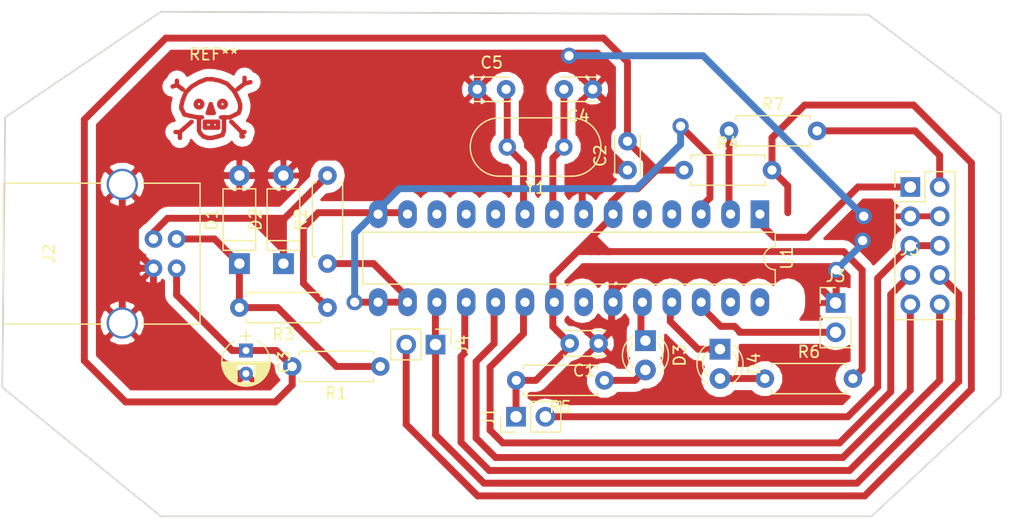
<source format=kicad_pcb>
(kicad_pcb (version 4) (host pcbnew 4.0.7)

  (general
    (links 53)
    (no_connects 22)
    (area 57.724999 64.77 147.182382 110.744001)
    (thickness 1.6)
    (drawings 8)
    (tracks 263)
    (zones 0)
    (modules 24)
    (nets 32)
  )

  (page A4)
  (layers
    (0 F.Cu signal)
    (31 B.Cu signal)
    (32 B.Adhes user)
    (33 F.Adhes user)
    (34 B.Paste user)
    (35 F.Paste user)
    (36 B.SilkS user)
    (37 F.SilkS user)
    (38 B.Mask user)
    (39 F.Mask user)
    (40 Dwgs.User user)
    (41 Cmts.User user)
    (42 Eco1.User user)
    (43 Eco2.User user)
    (44 Edge.Cuts user)
    (45 Margin user)
    (46 B.CrtYd user)
    (47 F.CrtYd user)
    (48 B.Fab user)
    (49 F.Fab user)
  )

  (setup
    (last_trace_width 0.6)
    (trace_clearance 0.5)
    (zone_clearance 0.7)
    (zone_45_only no)
    (trace_min 0.2)
    (segment_width 0.2)
    (edge_width 0.15)
    (via_size 1.4)
    (via_drill 0.8)
    (via_min_size 0.4)
    (via_min_drill 0.3)
    (uvia_size 0.3)
    (uvia_drill 0.1)
    (uvias_allowed no)
    (uvia_min_size 0.2)
    (uvia_min_drill 0.1)
    (pcb_text_width 0.3)
    (pcb_text_size 1.5 1.5)
    (mod_edge_width 0.15)
    (mod_text_size 1 1)
    (mod_text_width 0.15)
    (pad_size 1.524 1.524)
    (pad_drill 0.762)
    (pad_to_mask_clearance 0.2)
    (aux_axis_origin 0 0)
    (visible_elements 7FFFFFFF)
    (pcbplotparams
      (layerselection 0x00030_80000001)
      (usegerberextensions false)
      (excludeedgelayer true)
      (linewidth 0.100000)
      (plotframeref false)
      (viasonmask false)
      (mode 1)
      (useauxorigin false)
      (hpglpennumber 1)
      (hpglpenspeed 20)
      (hpglpendiameter 15)
      (hpglpenoverlay 2)
      (psnegative false)
      (psa4output false)
      (plotreference true)
      (plotvalue true)
      (plotinvisibletext false)
      (padsonsilk false)
      (subtractmaskfromsilk false)
      (outputformat 1)
      (mirror false)
      (drillshape 1)
      (scaleselection 1)
      (outputdirectory ./))
  )

  (net 0 "")
  (net 1 GND)
  (net 2 VCC)
  (net 3 "Net-(C4-Pad2)")
  (net 4 "Net-(C5-Pad2)")
  (net 5 "Net-(D1-Pad1)")
  (net 6 "Net-(D2-Pad1)")
  (net 7 "Net-(D3-Pad1)")
  (net 8 "Net-(D3-Pad2)")
  (net 9 "Net-(D4-Pad1)")
  (net 10 "Net-(D4-Pad2)")
  (net 11 VCOM)
  (net 12 "Net-(J3-Pad2)")
  (net 13 "Net-(J4-Pad1)")
  (net 14 /RST)
  (net 15 /MOSI)
  (net 16 /RXD)
  (net 17 /SCK)
  (net 18 /MISO)
  (net 19 /PB1)
  (net 20 /PB0)
  (net 21 /TXD)
  (net 22 "Net-(U1-Pad5)")
  (net 23 "Net-(U1-Pad6)")
  (net 24 "Net-(U1-Pad21)")
  (net 25 "Net-(U1-Pad11)")
  (net 26 "Net-(U1-Pad12)")
  (net 27 "Net-(U1-Pad26)")
  (net 28 "Net-(U1-Pad13)")
  (net 29 "Net-(U1-Pad27)")
  (net 30 "Net-(U1-Pad28)")
  (net 31 "Net-(J5-Pad2)")

  (net_class Default "This is the default net class."
    (clearance 0.5)
    (trace_width 0.6)
    (via_dia 1.4)
    (via_drill 0.8)
    (uvia_dia 0.3)
    (uvia_drill 0.1)
    (add_net /MISO)
    (add_net /MOSI)
    (add_net /PB0)
    (add_net /PB1)
    (add_net /RST)
    (add_net /RXD)
    (add_net /SCK)
    (add_net /TXD)
    (add_net GND)
    (add_net "Net-(C4-Pad2)")
    (add_net "Net-(C5-Pad2)")
    (add_net "Net-(D1-Pad1)")
    (add_net "Net-(D2-Pad1)")
    (add_net "Net-(D3-Pad1)")
    (add_net "Net-(D3-Pad2)")
    (add_net "Net-(D4-Pad1)")
    (add_net "Net-(D4-Pad2)")
    (add_net "Net-(J3-Pad2)")
    (add_net "Net-(J4-Pad1)")
    (add_net "Net-(J5-Pad2)")
    (add_net "Net-(U1-Pad11)")
    (add_net "Net-(U1-Pad12)")
    (add_net "Net-(U1-Pad13)")
    (add_net "Net-(U1-Pad21)")
    (add_net "Net-(U1-Pad26)")
    (add_net "Net-(U1-Pad27)")
    (add_net "Net-(U1-Pad28)")
    (add_net "Net-(U1-Pad5)")
    (add_net "Net-(U1-Pad6)")
    (add_net VCC)
    (add_net VCOM)
  )

  (net_class small ""
    (clearance 0.5)
    (trace_width 0.3)
    (via_dia 1.4)
    (via_drill 0.8)
    (uvia_dia 0.3)
    (uvia_drill 0.1)
  )

  (module Pin_Headers:Pin_Header_Straight_2x05_Pitch2.54mm (layer F.Cu) (tedit 59650532) (tstamp 5AB5001A)
    (at 136.96 80.96)
    (descr "Through hole straight pin header, 2x05, 2.54mm pitch, double rows")
    (tags "Through hole pin header THT 2x05 2.54mm double row")
    (path /5AB4F419)
    (fp_text reference J5 (at -0.054 5.4) (layer F.SilkS)
      (effects (font (size 1 1) (thickness 0.15)))
    )
    (fp_text value Conn_02x05_Odd_Even (at 1.27 12.49) (layer F.Fab)
      (effects (font (size 1 1) (thickness 0.15)))
    )
    (fp_line (start 0 -1.27) (end 3.81 -1.27) (layer F.Fab) (width 0.1))
    (fp_line (start 3.81 -1.27) (end 3.81 11.43) (layer F.Fab) (width 0.1))
    (fp_line (start 3.81 11.43) (end -1.27 11.43) (layer F.Fab) (width 0.1))
    (fp_line (start -1.27 11.43) (end -1.27 0) (layer F.Fab) (width 0.1))
    (fp_line (start -1.27 0) (end 0 -1.27) (layer F.Fab) (width 0.1))
    (fp_line (start -1.33 11.49) (end 3.87 11.49) (layer F.SilkS) (width 0.12))
    (fp_line (start -1.33 1.27) (end -1.33 11.49) (layer F.SilkS) (width 0.12))
    (fp_line (start 3.87 -1.33) (end 3.87 11.49) (layer F.SilkS) (width 0.12))
    (fp_line (start -1.33 1.27) (end 1.27 1.27) (layer F.SilkS) (width 0.12))
    (fp_line (start 1.27 1.27) (end 1.27 -1.33) (layer F.SilkS) (width 0.12))
    (fp_line (start 1.27 -1.33) (end 3.87 -1.33) (layer F.SilkS) (width 0.12))
    (fp_line (start -1.33 0) (end -1.33 -1.33) (layer F.SilkS) (width 0.12))
    (fp_line (start -1.33 -1.33) (end 0 -1.33) (layer F.SilkS) (width 0.12))
    (fp_line (start -1.8 -1.8) (end -1.8 11.95) (layer F.CrtYd) (width 0.05))
    (fp_line (start -1.8 11.95) (end 4.35 11.95) (layer F.CrtYd) (width 0.05))
    (fp_line (start 4.35 11.95) (end 4.35 -1.8) (layer F.CrtYd) (width 0.05))
    (fp_line (start 4.35 -1.8) (end -1.8 -1.8) (layer F.CrtYd) (width 0.05))
    (fp_text user %R (at 1.27 5.08 90) (layer F.Fab)
      (effects (font (size 1 1) (thickness 0.15)))
    )
    (pad 1 thru_hole rect (at 0 0) (size 1.7 1.7) (drill 1) (layers *.Cu *.Mask)
      (net 16 /RXD))
    (pad 2 thru_hole oval (at 2.54 0) (size 1.7 1.7) (drill 1) (layers *.Cu *.Mask)
      (net 31 "Net-(J5-Pad2)"))
    (pad 3 thru_hole oval (at 0 2.54) (size 1.7 1.7) (drill 1) (layers *.Cu *.Mask)
      (net 1 GND))
    (pad 4 thru_hole oval (at 2.54 2.54) (size 1.7 1.7) (drill 1) (layers *.Cu *.Mask)
      (net 1 GND))
    (pad 5 thru_hole oval (at 0 5.08) (size 1.7 1.7) (drill 1) (layers *.Cu *.Mask)
      (net 11 VCOM))
    (pad 6 thru_hole oval (at 2.54 5.08) (size 1.7 1.7) (drill 1) (layers *.Cu *.Mask)
      (net 11 VCOM))
    (pad 7 thru_hole oval (at 0 7.62) (size 1.7 1.7) (drill 1) (layers *.Cu *.Mask)
      (net 17 /SCK))
    (pad 8 thru_hole oval (at 2.54 7.62) (size 1.7 1.7) (drill 1) (layers *.Cu *.Mask)
      (net 13 "Net-(J4-Pad1)"))
    (pad 9 thru_hole oval (at 0 10.16) (size 1.7 1.7) (drill 1) (layers *.Cu *.Mask)
      (net 18 /MISO))
    (pad 10 thru_hole oval (at 2.54 10.16) (size 1.7 1.7) (drill 1) (layers *.Cu *.Mask)
      (net 15 /MOSI))
    (model ${KISYS3DMOD}/Pin_Headers.3dshapes/Pin_Header_Straight_2x05_Pitch2.54mm.wrl
      (at (xyz 0 0 0))
      (scale (xyz 1 1 1))
      (rotate (xyz 0 0 0))
    )
  )

  (module Connectors:USB_B (layer F.Cu) (tedit 55B36073) (tstamp 5AB50000)
    (at 73.5 88 180)
    (descr "USB B connector")
    (tags "USB_B USB_DEV")
    (path /5AB54663)
    (fp_text reference J2 (at 11.05 1.27 270) (layer F.SilkS)
      (effects (font (size 1 1) (thickness 0.15)))
    )
    (fp_text value USB_B (at 4.7 1.27 270) (layer F.Fab)
      (effects (font (size 1 1) (thickness 0.15)))
    )
    (fp_line (start 15.25 8.9) (end -2.3 8.9) (layer F.CrtYd) (width 0.05))
    (fp_line (start -2.3 8.9) (end -2.3 -6.35) (layer F.CrtYd) (width 0.05))
    (fp_line (start -2.3 -6.35) (end 15.25 -6.35) (layer F.CrtYd) (width 0.05))
    (fp_line (start 15.25 -6.35) (end 15.25 8.9) (layer F.CrtYd) (width 0.05))
    (fp_line (start 6.35 7.37) (end 14.99 7.37) (layer F.SilkS) (width 0.12))
    (fp_line (start -2.03 7.37) (end 3.05 7.37) (layer F.SilkS) (width 0.12))
    (fp_line (start 6.35 -4.83) (end 14.99 -4.83) (layer F.SilkS) (width 0.12))
    (fp_line (start -2.03 -4.83) (end 3.05 -4.83) (layer F.SilkS) (width 0.12))
    (fp_line (start 14.99 -4.83) (end 14.99 7.37) (layer F.SilkS) (width 0.12))
    (fp_line (start -2.03 7.37) (end -2.03 -4.83) (layer F.SilkS) (width 0.12))
    (pad 2 thru_hole circle (at 0 2.54 90) (size 1.52 1.52) (drill 0.81) (layers *.Cu *.Mask)
      (net 5 "Net-(D1-Pad1)"))
    (pad 1 thru_hole circle (at 0 0 90) (size 1.52 1.52) (drill 0.81) (layers *.Cu *.Mask)
      (net 2 VCC))
    (pad 4 thru_hole circle (at 2 0 90) (size 1.52 1.52) (drill 0.81) (layers *.Cu *.Mask)
      (net 1 GND))
    (pad 3 thru_hole circle (at 2 2.54 90) (size 1.52 1.52) (drill 0.81) (layers *.Cu *.Mask)
      (net 6 "Net-(D2-Pad1)"))
    (pad 5 thru_hole circle (at 4.7 7.27 90) (size 2.7 2.7) (drill 2.3) (layers *.Cu *.Mask)
      (net 1 GND))
    (pad 5 thru_hole circle (at 4.7 -4.73 90) (size 2.7 2.7) (drill 2.3) (layers *.Cu *.Mask)
      (net 1 GND))
    (model ${KISYS3DMOD}/Connectors.3dshapes/USB_B.wrl
      (at (xyz 0.18 -0.05 0))
      (scale (xyz 0.39 0.39 0.39))
      (rotate (xyz 0 0 -90))
    )
  )

  (module Crystals:Crystal_HC18-U_Vertical (layer F.Cu) (tedit 58CD2E9B) (tstamp 5AB5006A)
    (at 107 77.5 180)
    (descr "Crystal THT HC-18/U, http://5hertz.com/pdfs/04404_D.pdf")
    (tags "THT crystalHC-18/U")
    (path /5AB4EC1F)
    (fp_text reference Y1 (at 2.45 -3.525 180) (layer F.SilkS)
      (effects (font (size 1 1) (thickness 0.15)))
    )
    (fp_text value Crystal (at 2.45 3.525 180) (layer F.Fab)
      (effects (font (size 1 1) (thickness 0.15)))
    )
    (fp_text user %R (at 2.45 0 180) (layer F.Fab)
      (effects (font (size 1 1) (thickness 0.15)))
    )
    (fp_line (start -0.675 -2.325) (end 5.575 -2.325) (layer F.Fab) (width 0.1))
    (fp_line (start -0.675 2.325) (end 5.575 2.325) (layer F.Fab) (width 0.1))
    (fp_line (start -0.55 -2) (end 5.45 -2) (layer F.Fab) (width 0.1))
    (fp_line (start -0.55 2) (end 5.45 2) (layer F.Fab) (width 0.1))
    (fp_line (start -0.675 -2.525) (end 5.575 -2.525) (layer F.SilkS) (width 0.12))
    (fp_line (start -0.675 2.525) (end 5.575 2.525) (layer F.SilkS) (width 0.12))
    (fp_line (start -3.5 -2.8) (end -3.5 2.8) (layer F.CrtYd) (width 0.05))
    (fp_line (start -3.5 2.8) (end 8.4 2.8) (layer F.CrtYd) (width 0.05))
    (fp_line (start 8.4 2.8) (end 8.4 -2.8) (layer F.CrtYd) (width 0.05))
    (fp_line (start 8.4 -2.8) (end -3.5 -2.8) (layer F.CrtYd) (width 0.05))
    (fp_arc (start -0.675 0) (end -0.675 -2.325) (angle -180) (layer F.Fab) (width 0.1))
    (fp_arc (start 5.575 0) (end 5.575 -2.325) (angle 180) (layer F.Fab) (width 0.1))
    (fp_arc (start -0.55 0) (end -0.55 -2) (angle -180) (layer F.Fab) (width 0.1))
    (fp_arc (start 5.45 0) (end 5.45 -2) (angle 180) (layer F.Fab) (width 0.1))
    (fp_arc (start -0.675 0) (end -0.675 -2.525) (angle -180) (layer F.SilkS) (width 0.12))
    (fp_arc (start 5.575 0) (end 5.575 -2.525) (angle 180) (layer F.SilkS) (width 0.12))
    (pad 1 thru_hole circle (at 0 0 180) (size 1.5 1.5) (drill 0.8) (layers *.Cu *.Mask)
      (net 3 "Net-(C4-Pad2)"))
    (pad 2 thru_hole circle (at 4.9 0 180) (size 1.5 1.5) (drill 0.8) (layers *.Cu *.Mask)
      (net 4 "Net-(C5-Pad2)"))
    (model ${KISYS3DMOD}/Crystals.3dshapes/Crystal_HC18-U_Vertical.wrl
      (at (xyz 0 0 0))
      (scale (xyz 0.393701 0.393701 0.393701))
      (rotate (xyz 0 0 0))
    )
  )

  (module Capacitors_THT:C_Disc_D3.4mm_W2.1mm_P2.50mm (layer F.Cu) (tedit 597BC7C2) (tstamp 5AB4FFC0)
    (at 110 94.5 180)
    (descr "C, Disc series, Radial, pin pitch=2.50mm, , diameter*width=3.4*2.1mm^2, Capacitor, http://www.vishay.com/docs/45233/krseries.pdf")
    (tags "C Disc series Radial pin pitch 2.50mm  diameter 3.4mm width 2.1mm Capacitor")
    (path /5AB4F052)
    (fp_text reference C1 (at 1.25 -2.36 180) (layer F.SilkS)
      (effects (font (size 1 1) (thickness 0.15)))
    )
    (fp_text value .1uF (at 1.25 2.36 180) (layer F.Fab)
      (effects (font (size 1 1) (thickness 0.15)))
    )
    (fp_line (start -0.45 -1.05) (end -0.45 1.05) (layer F.Fab) (width 0.1))
    (fp_line (start -0.45 1.05) (end 2.95 1.05) (layer F.Fab) (width 0.1))
    (fp_line (start 2.95 1.05) (end 2.95 -1.05) (layer F.Fab) (width 0.1))
    (fp_line (start 2.95 -1.05) (end -0.45 -1.05) (layer F.Fab) (width 0.1))
    (fp_line (start -0.51 -1.11) (end 3.01 -1.11) (layer F.SilkS) (width 0.12))
    (fp_line (start -0.51 1.11) (end 3.01 1.11) (layer F.SilkS) (width 0.12))
    (fp_line (start -0.51 -1.11) (end -0.51 -0.996) (layer F.SilkS) (width 0.12))
    (fp_line (start -0.51 0.996) (end -0.51 1.11) (layer F.SilkS) (width 0.12))
    (fp_line (start 3.01 -1.11) (end 3.01 -0.996) (layer F.SilkS) (width 0.12))
    (fp_line (start 3.01 0.996) (end 3.01 1.11) (layer F.SilkS) (width 0.12))
    (fp_line (start -1.05 -1.4) (end -1.05 1.4) (layer F.CrtYd) (width 0.05))
    (fp_line (start -1.05 1.4) (end 3.55 1.4) (layer F.CrtYd) (width 0.05))
    (fp_line (start 3.55 1.4) (end 3.55 -1.4) (layer F.CrtYd) (width 0.05))
    (fp_line (start 3.55 -1.4) (end -1.05 -1.4) (layer F.CrtYd) (width 0.05))
    (fp_text user %R (at 1.25 0 180) (layer F.Fab)
      (effects (font (size 1 1) (thickness 0.15)))
    )
    (pad 1 thru_hole circle (at 0 0 180) (size 1.6 1.6) (drill 0.8) (layers *.Cu *.Mask)
      (net 1 GND))
    (pad 2 thru_hole circle (at 2.5 0 180) (size 1.6 1.6) (drill 0.8) (layers *.Cu *.Mask)
      (net 2 VCC))
    (model ${KISYS3DMOD}/Capacitors_THT.3dshapes/C_Disc_D3.4mm_W2.1mm_P2.50mm.wrl
      (at (xyz 0 0 0))
      (scale (xyz 1 1 1))
      (rotate (xyz 0 0 0))
    )
  )

  (module Capacitors_THT:C_Disc_D3.4mm_W2.1mm_P2.50mm (layer F.Cu) (tedit 597BC7C2) (tstamp 5AB4FFC6)
    (at 112.5 79.5 90)
    (descr "C, Disc series, Radial, pin pitch=2.50mm, , diameter*width=3.4*2.1mm^2, Capacitor, http://www.vishay.com/docs/45233/krseries.pdf")
    (tags "C Disc series Radial pin pitch 2.50mm  diameter 3.4mm width 2.1mm Capacitor")
    (path /5AB4F187)
    (fp_text reference C2 (at 1.25 -2.36 90) (layer F.SilkS)
      (effects (font (size 1 1) (thickness 0.15)))
    )
    (fp_text value 10uF (at 1.25 2.36 90) (layer F.Fab)
      (effects (font (size 1 1) (thickness 0.15)))
    )
    (fp_line (start -0.45 -1.05) (end -0.45 1.05) (layer F.Fab) (width 0.1))
    (fp_line (start -0.45 1.05) (end 2.95 1.05) (layer F.Fab) (width 0.1))
    (fp_line (start 2.95 1.05) (end 2.95 -1.05) (layer F.Fab) (width 0.1))
    (fp_line (start 2.95 -1.05) (end -0.45 -1.05) (layer F.Fab) (width 0.1))
    (fp_line (start -0.51 -1.11) (end 3.01 -1.11) (layer F.SilkS) (width 0.12))
    (fp_line (start -0.51 1.11) (end 3.01 1.11) (layer F.SilkS) (width 0.12))
    (fp_line (start -0.51 -1.11) (end -0.51 -0.996) (layer F.SilkS) (width 0.12))
    (fp_line (start -0.51 0.996) (end -0.51 1.11) (layer F.SilkS) (width 0.12))
    (fp_line (start 3.01 -1.11) (end 3.01 -0.996) (layer F.SilkS) (width 0.12))
    (fp_line (start 3.01 0.996) (end 3.01 1.11) (layer F.SilkS) (width 0.12))
    (fp_line (start -1.05 -1.4) (end -1.05 1.4) (layer F.CrtYd) (width 0.05))
    (fp_line (start -1.05 1.4) (end 3.55 1.4) (layer F.CrtYd) (width 0.05))
    (fp_line (start 3.55 1.4) (end 3.55 -1.4) (layer F.CrtYd) (width 0.05))
    (fp_line (start 3.55 -1.4) (end -1.05 -1.4) (layer F.CrtYd) (width 0.05))
    (fp_text user %R (at 1.25 0 90) (layer F.Fab)
      (effects (font (size 1 1) (thickness 0.15)))
    )
    (pad 1 thru_hole circle (at 0 0 90) (size 1.6 1.6) (drill 0.8) (layers *.Cu *.Mask)
      (net 1 GND))
    (pad 2 thru_hole circle (at 2.5 0 90) (size 1.6 1.6) (drill 0.8) (layers *.Cu *.Mask)
      (net 2 VCC))
    (model ${KISYS3DMOD}/Capacitors_THT.3dshapes/C_Disc_D3.4mm_W2.1mm_P2.50mm.wrl
      (at (xyz 0 0 0))
      (scale (xyz 1 1 1))
      (rotate (xyz 0 0 0))
    )
  )

  (module Capacitors_THT:CP_Radial_D4.0mm_P2.00mm (layer F.Cu) (tedit 597BC7C2) (tstamp 5AB4FFCC)
    (at 79.5 95.115 270)
    (descr "CP, Radial series, Radial, pin pitch=2.00mm, , diameter=4mm, Electrolytic Capacitor")
    (tags "CP Radial series Radial pin pitch 2.00mm  diameter 4mm Electrolytic Capacitor")
    (path /5AB56735)
    (fp_text reference C3 (at 1 -3.31 270) (layer F.SilkS)
      (effects (font (size 1 1) (thickness 0.15)))
    )
    (fp_text value 4u7F (at 1 3.31 270) (layer F.Fab)
      (effects (font (size 1 1) (thickness 0.15)))
    )
    (fp_arc (start 1 0) (end -0.845996 -0.98) (angle 124.1) (layer F.SilkS) (width 0.12))
    (fp_arc (start 1 0) (end -0.845996 0.98) (angle -124.1) (layer F.SilkS) (width 0.12))
    (fp_arc (start 1 0) (end 2.845996 -0.98) (angle 55.9) (layer F.SilkS) (width 0.12))
    (fp_circle (center 1 0) (end 3 0) (layer F.Fab) (width 0.1))
    (fp_line (start -1.7 0) (end -0.8 0) (layer F.Fab) (width 0.1))
    (fp_line (start -1.25 -0.45) (end -1.25 0.45) (layer F.Fab) (width 0.1))
    (fp_line (start 1 -2.05) (end 1 2.05) (layer F.SilkS) (width 0.12))
    (fp_line (start 1.04 -2.05) (end 1.04 2.05) (layer F.SilkS) (width 0.12))
    (fp_line (start 1.08 -2.049) (end 1.08 2.049) (layer F.SilkS) (width 0.12))
    (fp_line (start 1.12 -2.047) (end 1.12 2.047) (layer F.SilkS) (width 0.12))
    (fp_line (start 1.16 -2.044) (end 1.16 2.044) (layer F.SilkS) (width 0.12))
    (fp_line (start 1.2 -2.041) (end 1.2 2.041) (layer F.SilkS) (width 0.12))
    (fp_line (start 1.24 -2.037) (end 1.24 -0.78) (layer F.SilkS) (width 0.12))
    (fp_line (start 1.24 0.78) (end 1.24 2.037) (layer F.SilkS) (width 0.12))
    (fp_line (start 1.28 -2.032) (end 1.28 -0.78) (layer F.SilkS) (width 0.12))
    (fp_line (start 1.28 0.78) (end 1.28 2.032) (layer F.SilkS) (width 0.12))
    (fp_line (start 1.32 -2.026) (end 1.32 -0.78) (layer F.SilkS) (width 0.12))
    (fp_line (start 1.32 0.78) (end 1.32 2.026) (layer F.SilkS) (width 0.12))
    (fp_line (start 1.36 -2.019) (end 1.36 -0.78) (layer F.SilkS) (width 0.12))
    (fp_line (start 1.36 0.78) (end 1.36 2.019) (layer F.SilkS) (width 0.12))
    (fp_line (start 1.4 -2.012) (end 1.4 -0.78) (layer F.SilkS) (width 0.12))
    (fp_line (start 1.4 0.78) (end 1.4 2.012) (layer F.SilkS) (width 0.12))
    (fp_line (start 1.44 -2.004) (end 1.44 -0.78) (layer F.SilkS) (width 0.12))
    (fp_line (start 1.44 0.78) (end 1.44 2.004) (layer F.SilkS) (width 0.12))
    (fp_line (start 1.48 -1.995) (end 1.48 -0.78) (layer F.SilkS) (width 0.12))
    (fp_line (start 1.48 0.78) (end 1.48 1.995) (layer F.SilkS) (width 0.12))
    (fp_line (start 1.52 -1.985) (end 1.52 -0.78) (layer F.SilkS) (width 0.12))
    (fp_line (start 1.52 0.78) (end 1.52 1.985) (layer F.SilkS) (width 0.12))
    (fp_line (start 1.56 -1.974) (end 1.56 -0.78) (layer F.SilkS) (width 0.12))
    (fp_line (start 1.56 0.78) (end 1.56 1.974) (layer F.SilkS) (width 0.12))
    (fp_line (start 1.6 -1.963) (end 1.6 -0.78) (layer F.SilkS) (width 0.12))
    (fp_line (start 1.6 0.78) (end 1.6 1.963) (layer F.SilkS) (width 0.12))
    (fp_line (start 1.64 -1.95) (end 1.64 -0.78) (layer F.SilkS) (width 0.12))
    (fp_line (start 1.64 0.78) (end 1.64 1.95) (layer F.SilkS) (width 0.12))
    (fp_line (start 1.68 -1.937) (end 1.68 -0.78) (layer F.SilkS) (width 0.12))
    (fp_line (start 1.68 0.78) (end 1.68 1.937) (layer F.SilkS) (width 0.12))
    (fp_line (start 1.721 -1.923) (end 1.721 -0.78) (layer F.SilkS) (width 0.12))
    (fp_line (start 1.721 0.78) (end 1.721 1.923) (layer F.SilkS) (width 0.12))
    (fp_line (start 1.761 -1.907) (end 1.761 -0.78) (layer F.SilkS) (width 0.12))
    (fp_line (start 1.761 0.78) (end 1.761 1.907) (layer F.SilkS) (width 0.12))
    (fp_line (start 1.801 -1.891) (end 1.801 -0.78) (layer F.SilkS) (width 0.12))
    (fp_line (start 1.801 0.78) (end 1.801 1.891) (layer F.SilkS) (width 0.12))
    (fp_line (start 1.841 -1.874) (end 1.841 -0.78) (layer F.SilkS) (width 0.12))
    (fp_line (start 1.841 0.78) (end 1.841 1.874) (layer F.SilkS) (width 0.12))
    (fp_line (start 1.881 -1.856) (end 1.881 -0.78) (layer F.SilkS) (width 0.12))
    (fp_line (start 1.881 0.78) (end 1.881 1.856) (layer F.SilkS) (width 0.12))
    (fp_line (start 1.921 -1.837) (end 1.921 -0.78) (layer F.SilkS) (width 0.12))
    (fp_line (start 1.921 0.78) (end 1.921 1.837) (layer F.SilkS) (width 0.12))
    (fp_line (start 1.961 -1.817) (end 1.961 -0.78) (layer F.SilkS) (width 0.12))
    (fp_line (start 1.961 0.78) (end 1.961 1.817) (layer F.SilkS) (width 0.12))
    (fp_line (start 2.001 -1.796) (end 2.001 -0.78) (layer F.SilkS) (width 0.12))
    (fp_line (start 2.001 0.78) (end 2.001 1.796) (layer F.SilkS) (width 0.12))
    (fp_line (start 2.041 -1.773) (end 2.041 -0.78) (layer F.SilkS) (width 0.12))
    (fp_line (start 2.041 0.78) (end 2.041 1.773) (layer F.SilkS) (width 0.12))
    (fp_line (start 2.081 -1.75) (end 2.081 -0.78) (layer F.SilkS) (width 0.12))
    (fp_line (start 2.081 0.78) (end 2.081 1.75) (layer F.SilkS) (width 0.12))
    (fp_line (start 2.121 -1.725) (end 2.121 -0.78) (layer F.SilkS) (width 0.12))
    (fp_line (start 2.121 0.78) (end 2.121 1.725) (layer F.SilkS) (width 0.12))
    (fp_line (start 2.161 -1.699) (end 2.161 -0.78) (layer F.SilkS) (width 0.12))
    (fp_line (start 2.161 0.78) (end 2.161 1.699) (layer F.SilkS) (width 0.12))
    (fp_line (start 2.201 -1.672) (end 2.201 -0.78) (layer F.SilkS) (width 0.12))
    (fp_line (start 2.201 0.78) (end 2.201 1.672) (layer F.SilkS) (width 0.12))
    (fp_line (start 2.241 -1.643) (end 2.241 -0.78) (layer F.SilkS) (width 0.12))
    (fp_line (start 2.241 0.78) (end 2.241 1.643) (layer F.SilkS) (width 0.12))
    (fp_line (start 2.281 -1.613) (end 2.281 -0.78) (layer F.SilkS) (width 0.12))
    (fp_line (start 2.281 0.78) (end 2.281 1.613) (layer F.SilkS) (width 0.12))
    (fp_line (start 2.321 -1.581) (end 2.321 -0.78) (layer F.SilkS) (width 0.12))
    (fp_line (start 2.321 0.78) (end 2.321 1.581) (layer F.SilkS) (width 0.12))
    (fp_line (start 2.361 -1.547) (end 2.361 -0.78) (layer F.SilkS) (width 0.12))
    (fp_line (start 2.361 0.78) (end 2.361 1.547) (layer F.SilkS) (width 0.12))
    (fp_line (start 2.401 -1.512) (end 2.401 -0.78) (layer F.SilkS) (width 0.12))
    (fp_line (start 2.401 0.78) (end 2.401 1.512) (layer F.SilkS) (width 0.12))
    (fp_line (start 2.441 -1.475) (end 2.441 -0.78) (layer F.SilkS) (width 0.12))
    (fp_line (start 2.441 0.78) (end 2.441 1.475) (layer F.SilkS) (width 0.12))
    (fp_line (start 2.481 -1.436) (end 2.481 -0.78) (layer F.SilkS) (width 0.12))
    (fp_line (start 2.481 0.78) (end 2.481 1.436) (layer F.SilkS) (width 0.12))
    (fp_line (start 2.521 -1.395) (end 2.521 -0.78) (layer F.SilkS) (width 0.12))
    (fp_line (start 2.521 0.78) (end 2.521 1.395) (layer F.SilkS) (width 0.12))
    (fp_line (start 2.561 -1.351) (end 2.561 -0.78) (layer F.SilkS) (width 0.12))
    (fp_line (start 2.561 0.78) (end 2.561 1.351) (layer F.SilkS) (width 0.12))
    (fp_line (start 2.601 -1.305) (end 2.601 -0.78) (layer F.SilkS) (width 0.12))
    (fp_line (start 2.601 0.78) (end 2.601 1.305) (layer F.SilkS) (width 0.12))
    (fp_line (start 2.641 -1.256) (end 2.641 -0.78) (layer F.SilkS) (width 0.12))
    (fp_line (start 2.641 0.78) (end 2.641 1.256) (layer F.SilkS) (width 0.12))
    (fp_line (start 2.681 -1.204) (end 2.681 -0.78) (layer F.SilkS) (width 0.12))
    (fp_line (start 2.681 0.78) (end 2.681 1.204) (layer F.SilkS) (width 0.12))
    (fp_line (start 2.721 -1.148) (end 2.721 -0.78) (layer F.SilkS) (width 0.12))
    (fp_line (start 2.721 0.78) (end 2.721 1.148) (layer F.SilkS) (width 0.12))
    (fp_line (start 2.761 -1.088) (end 2.761 -0.78) (layer F.SilkS) (width 0.12))
    (fp_line (start 2.761 0.78) (end 2.761 1.088) (layer F.SilkS) (width 0.12))
    (fp_line (start 2.801 -1.023) (end 2.801 1.023) (layer F.SilkS) (width 0.12))
    (fp_line (start 2.841 -0.952) (end 2.841 0.952) (layer F.SilkS) (width 0.12))
    (fp_line (start 2.881 -0.874) (end 2.881 0.874) (layer F.SilkS) (width 0.12))
    (fp_line (start 2.921 -0.786) (end 2.921 0.786) (layer F.SilkS) (width 0.12))
    (fp_line (start 2.961 -0.686) (end 2.961 0.686) (layer F.SilkS) (width 0.12))
    (fp_line (start 3.001 -0.567) (end 3.001 0.567) (layer F.SilkS) (width 0.12))
    (fp_line (start 3.041 -0.415) (end 3.041 0.415) (layer F.SilkS) (width 0.12))
    (fp_line (start 3.081 -0.165) (end 3.081 0.165) (layer F.SilkS) (width 0.12))
    (fp_line (start -1.7 0) (end -0.8 0) (layer F.SilkS) (width 0.12))
    (fp_line (start -1.25 -0.45) (end -1.25 0.45) (layer F.SilkS) (width 0.12))
    (fp_line (start -1.35 -2.35) (end -1.35 2.35) (layer F.CrtYd) (width 0.05))
    (fp_line (start -1.35 2.35) (end 3.35 2.35) (layer F.CrtYd) (width 0.05))
    (fp_line (start 3.35 2.35) (end 3.35 -2.35) (layer F.CrtYd) (width 0.05))
    (fp_line (start 3.35 -2.35) (end -1.35 -2.35) (layer F.CrtYd) (width 0.05))
    (fp_text user %R (at 0.385 -1 270) (layer F.Fab)
      (effects (font (size 1 1) (thickness 0.15)))
    )
    (pad 1 thru_hole rect (at 0 0 270) (size 1.2 1.2) (drill 0.6) (layers *.Cu *.Mask)
      (net 2 VCC))
    (pad 2 thru_hole circle (at 2 0 270) (size 1.2 1.2) (drill 0.6) (layers *.Cu *.Mask)
      (net 1 GND))
    (model ${KISYS3DMOD}/Capacitors_THT.3dshapes/CP_Radial_D4.0mm_P2.00mm.wrl
      (at (xyz 0 0 0))
      (scale (xyz 1 1 1))
      (rotate (xyz 0 0 0))
    )
  )

  (module Capacitors_THT:C_Disc_D3.0mm_W2.0mm_P2.50mm (layer F.Cu) (tedit 597BC7C2) (tstamp 5AB4FFD2)
    (at 109.5 72.5 180)
    (descr "C, Disc series, Radial, pin pitch=2.50mm, , diameter*width=3*2mm^2, Capacitor")
    (tags "C Disc series Radial pin pitch 2.50mm  diameter 3mm width 2mm Capacitor")
    (path /5AB4EC88)
    (fp_text reference C4 (at 1.25 -2.31 180) (layer F.SilkS)
      (effects (font (size 1 1) (thickness 0.15)))
    )
    (fp_text value 22pF (at 1.25 2.31 180) (layer F.Fab)
      (effects (font (size 1 1) (thickness 0.15)))
    )
    (fp_line (start -0.25 -1) (end -0.25 1) (layer F.Fab) (width 0.1))
    (fp_line (start -0.25 1) (end 2.75 1) (layer F.Fab) (width 0.1))
    (fp_line (start 2.75 1) (end 2.75 -1) (layer F.Fab) (width 0.1))
    (fp_line (start 2.75 -1) (end -0.25 -1) (layer F.Fab) (width 0.1))
    (fp_line (start -0.31 -1.06) (end 2.81 -1.06) (layer F.SilkS) (width 0.12))
    (fp_line (start -0.31 1.06) (end 2.81 1.06) (layer F.SilkS) (width 0.12))
    (fp_line (start -0.31 -1.06) (end -0.31 -0.996) (layer F.SilkS) (width 0.12))
    (fp_line (start -0.31 0.996) (end -0.31 1.06) (layer F.SilkS) (width 0.12))
    (fp_line (start 2.81 -1.06) (end 2.81 -0.996) (layer F.SilkS) (width 0.12))
    (fp_line (start 2.81 0.996) (end 2.81 1.06) (layer F.SilkS) (width 0.12))
    (fp_line (start -1.05 -1.35) (end -1.05 1.35) (layer F.CrtYd) (width 0.05))
    (fp_line (start -1.05 1.35) (end 3.55 1.35) (layer F.CrtYd) (width 0.05))
    (fp_line (start 3.55 1.35) (end 3.55 -1.35) (layer F.CrtYd) (width 0.05))
    (fp_line (start 3.55 -1.35) (end -1.05 -1.35) (layer F.CrtYd) (width 0.05))
    (fp_text user %R (at 1.25 0 180) (layer F.Fab)
      (effects (font (size 1 1) (thickness 0.15)))
    )
    (pad 1 thru_hole circle (at 0 0 180) (size 1.6 1.6) (drill 0.8) (layers *.Cu *.Mask)
      (net 1 GND))
    (pad 2 thru_hole circle (at 2.5 0 180) (size 1.6 1.6) (drill 0.8) (layers *.Cu *.Mask)
      (net 3 "Net-(C4-Pad2)"))
    (model ${KISYS3DMOD}/Capacitors_THT.3dshapes/C_Disc_D3.0mm_W2.0mm_P2.50mm.wrl
      (at (xyz 0 0 0))
      (scale (xyz 1 1 1))
      (rotate (xyz 0 0 0))
    )
  )

  (module Capacitors_THT:C_Disc_D3.0mm_W2.0mm_P2.50mm (layer F.Cu) (tedit 597BC7C2) (tstamp 5AB4FFD8)
    (at 99.5 72.5)
    (descr "C, Disc series, Radial, pin pitch=2.50mm, , diameter*width=3*2mm^2, Capacitor")
    (tags "C Disc series Radial pin pitch 2.50mm  diameter 3mm width 2mm Capacitor")
    (path /5AB4ECFE)
    (fp_text reference C5 (at 1.25 -2.31) (layer F.SilkS)
      (effects (font (size 1 1) (thickness 0.15)))
    )
    (fp_text value 22pF (at 1.25 2.31) (layer F.Fab)
      (effects (font (size 1 1) (thickness 0.15)))
    )
    (fp_line (start -0.25 -1) (end -0.25 1) (layer F.Fab) (width 0.1))
    (fp_line (start -0.25 1) (end 2.75 1) (layer F.Fab) (width 0.1))
    (fp_line (start 2.75 1) (end 2.75 -1) (layer F.Fab) (width 0.1))
    (fp_line (start 2.75 -1) (end -0.25 -1) (layer F.Fab) (width 0.1))
    (fp_line (start -0.31 -1.06) (end 2.81 -1.06) (layer F.SilkS) (width 0.12))
    (fp_line (start -0.31 1.06) (end 2.81 1.06) (layer F.SilkS) (width 0.12))
    (fp_line (start -0.31 -1.06) (end -0.31 -0.996) (layer F.SilkS) (width 0.12))
    (fp_line (start -0.31 0.996) (end -0.31 1.06) (layer F.SilkS) (width 0.12))
    (fp_line (start 2.81 -1.06) (end 2.81 -0.996) (layer F.SilkS) (width 0.12))
    (fp_line (start 2.81 0.996) (end 2.81 1.06) (layer F.SilkS) (width 0.12))
    (fp_line (start -1.05 -1.35) (end -1.05 1.35) (layer F.CrtYd) (width 0.05))
    (fp_line (start -1.05 1.35) (end 3.55 1.35) (layer F.CrtYd) (width 0.05))
    (fp_line (start 3.55 1.35) (end 3.55 -1.35) (layer F.CrtYd) (width 0.05))
    (fp_line (start 3.55 -1.35) (end -1.05 -1.35) (layer F.CrtYd) (width 0.05))
    (fp_text user %R (at 1.25 0) (layer F.Fab)
      (effects (font (size 1 1) (thickness 0.15)))
    )
    (pad 1 thru_hole circle (at 0 0) (size 1.6 1.6) (drill 0.8) (layers *.Cu *.Mask)
      (net 1 GND))
    (pad 2 thru_hole circle (at 2.5 0) (size 1.6 1.6) (drill 0.8) (layers *.Cu *.Mask)
      (net 4 "Net-(C5-Pad2)"))
    (model ${KISYS3DMOD}/Capacitors_THT.3dshapes/C_Disc_D3.0mm_W2.0mm_P2.50mm.wrl
      (at (xyz 0 0 0))
      (scale (xyz 1 1 1))
      (rotate (xyz 0 0 0))
    )
  )

  (module LEDs:LED_D3.0mm (layer F.Cu) (tedit 587A3A7B) (tstamp 5AB4FFEA)
    (at 114.05 94.26 270)
    (descr "LED, diameter 3.0mm, 2 pins")
    (tags "LED diameter 3.0mm 2 pins")
    (path /5AB4FA61)
    (fp_text reference D3 (at 1.27 -2.96 270) (layer F.SilkS)
      (effects (font (size 1 1) (thickness 0.15)))
    )
    (fp_text value LED (at 1.27 2.96 270) (layer F.Fab)
      (effects (font (size 1 1) (thickness 0.15)))
    )
    (fp_arc (start 1.27 0) (end -0.23 -1.16619) (angle 284.3) (layer F.Fab) (width 0.1))
    (fp_arc (start 1.27 0) (end -0.29 -1.235516) (angle 108.8) (layer F.SilkS) (width 0.12))
    (fp_arc (start 1.27 0) (end -0.29 1.235516) (angle -108.8) (layer F.SilkS) (width 0.12))
    (fp_arc (start 1.27 0) (end 0.229039 -1.08) (angle 87.9) (layer F.SilkS) (width 0.12))
    (fp_arc (start 1.27 0) (end 0.229039 1.08) (angle -87.9) (layer F.SilkS) (width 0.12))
    (fp_circle (center 1.27 0) (end 2.77 0) (layer F.Fab) (width 0.1))
    (fp_line (start -0.23 -1.16619) (end -0.23 1.16619) (layer F.Fab) (width 0.1))
    (fp_line (start -0.29 -1.236) (end -0.29 -1.08) (layer F.SilkS) (width 0.12))
    (fp_line (start -0.29 1.08) (end -0.29 1.236) (layer F.SilkS) (width 0.12))
    (fp_line (start -1.15 -2.25) (end -1.15 2.25) (layer F.CrtYd) (width 0.05))
    (fp_line (start -1.15 2.25) (end 3.7 2.25) (layer F.CrtYd) (width 0.05))
    (fp_line (start 3.7 2.25) (end 3.7 -2.25) (layer F.CrtYd) (width 0.05))
    (fp_line (start 3.7 -2.25) (end -1.15 -2.25) (layer F.CrtYd) (width 0.05))
    (pad 1 thru_hole rect (at 0 0 270) (size 1.8 1.8) (drill 0.9) (layers *.Cu *.Mask)
      (net 7 "Net-(D3-Pad1)"))
    (pad 2 thru_hole circle (at 2.54 0 270) (size 1.8 1.8) (drill 0.9) (layers *.Cu *.Mask)
      (net 8 "Net-(D3-Pad2)"))
    (model ${KISYS3DMOD}/LEDs.3dshapes/LED_D3.0mm.wrl
      (at (xyz 0 0 0))
      (scale (xyz 0.393701 0.393701 0.393701))
      (rotate (xyz 0 0 0))
    )
  )

  (module LEDs:LED_D3.0mm (layer F.Cu) (tedit 587A3A7B) (tstamp 5AB4FFF0)
    (at 120.5 95 270)
    (descr "LED, diameter 3.0mm, 2 pins")
    (tags "LED diameter 3.0mm 2 pins")
    (path /5AB4FAA1)
    (fp_text reference D4 (at 1.27 -2.96 270) (layer F.SilkS)
      (effects (font (size 1 1) (thickness 0.15)))
    )
    (fp_text value LED (at 1.27 2.96 270) (layer F.Fab)
      (effects (font (size 1 1) (thickness 0.15)))
    )
    (fp_arc (start 1.27 0) (end -0.23 -1.16619) (angle 284.3) (layer F.Fab) (width 0.1))
    (fp_arc (start 1.27 0) (end -0.29 -1.235516) (angle 108.8) (layer F.SilkS) (width 0.12))
    (fp_arc (start 1.27 0) (end -0.29 1.235516) (angle -108.8) (layer F.SilkS) (width 0.12))
    (fp_arc (start 1.27 0) (end 0.229039 -1.08) (angle 87.9) (layer F.SilkS) (width 0.12))
    (fp_arc (start 1.27 0) (end 0.229039 1.08) (angle -87.9) (layer F.SilkS) (width 0.12))
    (fp_circle (center 1.27 0) (end 2.77 0) (layer F.Fab) (width 0.1))
    (fp_line (start -0.23 -1.16619) (end -0.23 1.16619) (layer F.Fab) (width 0.1))
    (fp_line (start -0.29 -1.236) (end -0.29 -1.08) (layer F.SilkS) (width 0.12))
    (fp_line (start -0.29 1.08) (end -0.29 1.236) (layer F.SilkS) (width 0.12))
    (fp_line (start -1.15 -2.25) (end -1.15 2.25) (layer F.CrtYd) (width 0.05))
    (fp_line (start -1.15 2.25) (end 3.7 2.25) (layer F.CrtYd) (width 0.05))
    (fp_line (start 3.7 2.25) (end 3.7 -2.25) (layer F.CrtYd) (width 0.05))
    (fp_line (start 3.7 -2.25) (end -1.15 -2.25) (layer F.CrtYd) (width 0.05))
    (pad 1 thru_hole rect (at 0 0 270) (size 1.8 1.8) (drill 0.9) (layers *.Cu *.Mask)
      (net 9 "Net-(D4-Pad1)"))
    (pad 2 thru_hole circle (at 2.54 0 270) (size 1.8 1.8) (drill 0.9) (layers *.Cu *.Mask)
      (net 10 "Net-(D4-Pad2)"))
    (model ${KISYS3DMOD}/LEDs.3dshapes/LED_D3.0mm.wrl
      (at (xyz 0 0 0))
      (scale (xyz 0.393701 0.393701 0.393701))
      (rotate (xyz 0 0 0))
    )
  )

  (module Pin_Headers:Pin_Header_Straight_1x02_Pitch2.54mm (layer F.Cu) (tedit 59650532) (tstamp 5AB4FFF6)
    (at 102.86 100.85 90)
    (descr "Through hole straight pin header, 1x02, 2.54mm pitch, single row")
    (tags "Through hole pin header THT 1x02 2.54mm single row")
    (path /5AB548A6)
    (fp_text reference J1 (at 0 -2.33 90) (layer F.SilkS)
      (effects (font (size 1 1) (thickness 0.15)))
    )
    (fp_text value "SUPPLY TARGET" (at 0 4.87 90) (layer F.Fab)
      (effects (font (size 1 1) (thickness 0.15)))
    )
    (fp_line (start -0.635 -1.27) (end 1.27 -1.27) (layer F.Fab) (width 0.1))
    (fp_line (start 1.27 -1.27) (end 1.27 3.81) (layer F.Fab) (width 0.1))
    (fp_line (start 1.27 3.81) (end -1.27 3.81) (layer F.Fab) (width 0.1))
    (fp_line (start -1.27 3.81) (end -1.27 -0.635) (layer F.Fab) (width 0.1))
    (fp_line (start -1.27 -0.635) (end -0.635 -1.27) (layer F.Fab) (width 0.1))
    (fp_line (start -1.33 3.87) (end 1.33 3.87) (layer F.SilkS) (width 0.12))
    (fp_line (start -1.33 1.27) (end -1.33 3.87) (layer F.SilkS) (width 0.12))
    (fp_line (start 1.33 1.27) (end 1.33 3.87) (layer F.SilkS) (width 0.12))
    (fp_line (start -1.33 1.27) (end 1.33 1.27) (layer F.SilkS) (width 0.12))
    (fp_line (start -1.33 0) (end -1.33 -1.33) (layer F.SilkS) (width 0.12))
    (fp_line (start -1.33 -1.33) (end 0 -1.33) (layer F.SilkS) (width 0.12))
    (fp_line (start -1.8 -1.8) (end -1.8 4.35) (layer F.CrtYd) (width 0.05))
    (fp_line (start -1.8 4.35) (end 1.8 4.35) (layer F.CrtYd) (width 0.05))
    (fp_line (start 1.8 4.35) (end 1.8 -1.8) (layer F.CrtYd) (width 0.05))
    (fp_line (start 1.8 -1.8) (end -1.8 -1.8) (layer F.CrtYd) (width 0.05))
    (fp_text user %R (at 0 1.27 180) (layer F.Fab)
      (effects (font (size 1 1) (thickness 0.15)))
    )
    (pad 1 thru_hole rect (at 0 0 90) (size 1.7 1.7) (drill 1) (layers *.Cu *.Mask)
      (net 2 VCC))
    (pad 2 thru_hole oval (at 0 2.54 90) (size 1.7 1.7) (drill 1) (layers *.Cu *.Mask)
      (net 11 VCOM))
    (model ${KISYS3DMOD}/Pin_Headers.3dshapes/Pin_Header_Straight_1x02_Pitch2.54mm.wrl
      (at (xyz 0 0 0))
      (scale (xyz 1 1 1))
      (rotate (xyz 0 0 0))
    )
  )

  (module Pin_Headers:Pin_Header_Straight_1x02_Pitch2.54mm (layer F.Cu) (tedit 59650532) (tstamp 5AB50006)
    (at 130.5 91)
    (descr "Through hole straight pin header, 1x02, 2.54mm pitch, single row")
    (tags "Through hole pin header THT 1x02 2.54mm single row")
    (path /5AB500D8)
    (fp_text reference J3 (at 0 -2.33) (layer F.SilkS)
      (effects (font (size 1 1) (thickness 0.15)))
    )
    (fp_text value SLOW_SCK (at 0 4.87) (layer F.Fab)
      (effects (font (size 1 1) (thickness 0.15)))
    )
    (fp_line (start -0.635 -1.27) (end 1.27 -1.27) (layer F.Fab) (width 0.1))
    (fp_line (start 1.27 -1.27) (end 1.27 3.81) (layer F.Fab) (width 0.1))
    (fp_line (start 1.27 3.81) (end -1.27 3.81) (layer F.Fab) (width 0.1))
    (fp_line (start -1.27 3.81) (end -1.27 -0.635) (layer F.Fab) (width 0.1))
    (fp_line (start -1.27 -0.635) (end -0.635 -1.27) (layer F.Fab) (width 0.1))
    (fp_line (start -1.33 3.87) (end 1.33 3.87) (layer F.SilkS) (width 0.12))
    (fp_line (start -1.33 1.27) (end -1.33 3.87) (layer F.SilkS) (width 0.12))
    (fp_line (start 1.33 1.27) (end 1.33 3.87) (layer F.SilkS) (width 0.12))
    (fp_line (start -1.33 1.27) (end 1.33 1.27) (layer F.SilkS) (width 0.12))
    (fp_line (start -1.33 0) (end -1.33 -1.33) (layer F.SilkS) (width 0.12))
    (fp_line (start -1.33 -1.33) (end 0 -1.33) (layer F.SilkS) (width 0.12))
    (fp_line (start -1.8 -1.8) (end -1.8 4.35) (layer F.CrtYd) (width 0.05))
    (fp_line (start -1.8 4.35) (end 1.8 4.35) (layer F.CrtYd) (width 0.05))
    (fp_line (start 1.8 4.35) (end 1.8 -1.8) (layer F.CrtYd) (width 0.05))
    (fp_line (start 1.8 -1.8) (end -1.8 -1.8) (layer F.CrtYd) (width 0.05))
    (fp_text user %R (at 0 1.27 90) (layer F.Fab)
      (effects (font (size 1 1) (thickness 0.15)))
    )
    (pad 1 thru_hole rect (at 0 0) (size 1.7 1.7) (drill 1) (layers *.Cu *.Mask)
      (net 1 GND))
    (pad 2 thru_hole oval (at 0 2.54) (size 1.7 1.7) (drill 1) (layers *.Cu *.Mask)
      (net 12 "Net-(J3-Pad2)"))
    (model ${KISYS3DMOD}/Pin_Headers.3dshapes/Pin_Header_Straight_1x02_Pitch2.54mm.wrl
      (at (xyz 0 0 0))
      (scale (xyz 1 1 1))
      (rotate (xyz 0 0 0))
    )
  )

  (module Pin_Headers:Pin_Header_Straight_1x02_Pitch2.54mm (layer F.Cu) (tedit 59650532) (tstamp 5AB5000C)
    (at 95.9 94.6 270)
    (descr "Through hole straight pin header, 1x02, 2.54mm pitch, single row")
    (tags "Through hole pin header THT 1x02 2.54mm single row")
    (path /5AB50D08)
    (fp_text reference J4 (at 0 -2.33 270) (layer F.SilkS)
      (effects (font (size 1 1) (thickness 0.15)))
    )
    (fp_text value SELF_PROGRAMM (at 0 4.87 270) (layer F.Fab)
      (effects (font (size 1 1) (thickness 0.15)))
    )
    (fp_line (start -0.635 -1.27) (end 1.27 -1.27) (layer F.Fab) (width 0.1))
    (fp_line (start 1.27 -1.27) (end 1.27 3.81) (layer F.Fab) (width 0.1))
    (fp_line (start 1.27 3.81) (end -1.27 3.81) (layer F.Fab) (width 0.1))
    (fp_line (start -1.27 3.81) (end -1.27 -0.635) (layer F.Fab) (width 0.1))
    (fp_line (start -1.27 -0.635) (end -0.635 -1.27) (layer F.Fab) (width 0.1))
    (fp_line (start -1.33 3.87) (end 1.33 3.87) (layer F.SilkS) (width 0.12))
    (fp_line (start -1.33 1.27) (end -1.33 3.87) (layer F.SilkS) (width 0.12))
    (fp_line (start 1.33 1.27) (end 1.33 3.87) (layer F.SilkS) (width 0.12))
    (fp_line (start -1.33 1.27) (end 1.33 1.27) (layer F.SilkS) (width 0.12))
    (fp_line (start -1.33 0) (end -1.33 -1.33) (layer F.SilkS) (width 0.12))
    (fp_line (start -1.33 -1.33) (end 0 -1.33) (layer F.SilkS) (width 0.12))
    (fp_line (start -1.8 -1.8) (end -1.8 4.35) (layer F.CrtYd) (width 0.05))
    (fp_line (start -1.8 4.35) (end 1.8 4.35) (layer F.CrtYd) (width 0.05))
    (fp_line (start 1.8 4.35) (end 1.8 -1.8) (layer F.CrtYd) (width 0.05))
    (fp_line (start 1.8 -1.8) (end -1.8 -1.8) (layer F.CrtYd) (width 0.05))
    (fp_text user %R (at 0 1.27 360) (layer F.Fab)
      (effects (font (size 1 1) (thickness 0.15)))
    )
    (pad 1 thru_hole rect (at 0 0 270) (size 1.7 1.7) (drill 1) (layers *.Cu *.Mask)
      (net 13 "Net-(J4-Pad1)"))
    (pad 2 thru_hole oval (at 0 2.54 270) (size 1.7 1.7) (drill 1) (layers *.Cu *.Mask)
      (net 14 /RST))
    (model ${KISYS3DMOD}/Pin_Headers.3dshapes/Pin_Header_Straight_1x02_Pitch2.54mm.wrl
      (at (xyz 0 0 0))
      (scale (xyz 1 1 1))
      (rotate (xyz 0 0 0))
    )
  )

  (module Resistors_THT:R_Axial_DIN0207_L6.3mm_D2.5mm_P7.62mm_Horizontal (layer F.Cu) (tedit 5874F706) (tstamp 5AB50020)
    (at 91.12 96.5 180)
    (descr "Resistor, Axial_DIN0207 series, Axial, Horizontal, pin pitch=7.62mm, 0.25W = 1/4W, length*diameter=6.3*2.5mm^2, http://cdn-reichelt.de/documents/datenblatt/B400/1_4W%23YAG.pdf")
    (tags "Resistor Axial_DIN0207 series Axial Horizontal pin pitch 7.62mm 0.25W = 1/4W length 6.3mm diameter 2.5mm")
    (path /5AB56A50)
    (fp_text reference R1 (at 3.81 -2.31 180) (layer F.SilkS)
      (effects (font (size 1 1) (thickness 0.15)))
    )
    (fp_text value 2k2 (at 3.81 2.31 180) (layer F.Fab)
      (effects (font (size 1 1) (thickness 0.15)))
    )
    (fp_line (start 0.66 -1.25) (end 0.66 1.25) (layer F.Fab) (width 0.1))
    (fp_line (start 0.66 1.25) (end 6.96 1.25) (layer F.Fab) (width 0.1))
    (fp_line (start 6.96 1.25) (end 6.96 -1.25) (layer F.Fab) (width 0.1))
    (fp_line (start 6.96 -1.25) (end 0.66 -1.25) (layer F.Fab) (width 0.1))
    (fp_line (start 0 0) (end 0.66 0) (layer F.Fab) (width 0.1))
    (fp_line (start 7.62 0) (end 6.96 0) (layer F.Fab) (width 0.1))
    (fp_line (start 0.6 -0.98) (end 0.6 -1.31) (layer F.SilkS) (width 0.12))
    (fp_line (start 0.6 -1.31) (end 7.02 -1.31) (layer F.SilkS) (width 0.12))
    (fp_line (start 7.02 -1.31) (end 7.02 -0.98) (layer F.SilkS) (width 0.12))
    (fp_line (start 0.6 0.98) (end 0.6 1.31) (layer F.SilkS) (width 0.12))
    (fp_line (start 0.6 1.31) (end 7.02 1.31) (layer F.SilkS) (width 0.12))
    (fp_line (start 7.02 1.31) (end 7.02 0.98) (layer F.SilkS) (width 0.12))
    (fp_line (start -1.05 -1.6) (end -1.05 1.6) (layer F.CrtYd) (width 0.05))
    (fp_line (start -1.05 1.6) (end 8.7 1.6) (layer F.CrtYd) (width 0.05))
    (fp_line (start 8.7 1.6) (end 8.7 -1.6) (layer F.CrtYd) (width 0.05))
    (fp_line (start 8.7 -1.6) (end -1.05 -1.6) (layer F.CrtYd) (width 0.05))
    (pad 1 thru_hole circle (at 0 0 180) (size 1.6 1.6) (drill 0.8) (layers *.Cu *.Mask)
      (net 5 "Net-(D1-Pad1)"))
    (pad 2 thru_hole oval (at 7.62 0 180) (size 1.6 1.6) (drill 0.8) (layers *.Cu *.Mask)
      (net 2 VCC))
    (model ${KISYS3DMOD}/Resistors_THT.3dshapes/R_Axial_DIN0207_L6.3mm_D2.5mm_P7.62mm_Horizontal.wrl
      (at (xyz 0 0 0))
      (scale (xyz 0.393701 0.393701 0.393701))
      (rotate (xyz 0 0 0))
    )
  )

  (module Resistors_THT:R_Axial_DIN0207_L6.3mm_D2.5mm_P7.62mm_Horizontal (layer F.Cu) (tedit 5874F706) (tstamp 5AB50026)
    (at 86.55 87.59 90)
    (descr "Resistor, Axial_DIN0207 series, Axial, Horizontal, pin pitch=7.62mm, 0.25W = 1/4W, length*diameter=6.3*2.5mm^2, http://cdn-reichelt.de/documents/datenblatt/B400/1_4W%23YAG.pdf")
    (tags "Resistor Axial_DIN0207 series Axial Horizontal pin pitch 7.62mm 0.25W = 1/4W length 6.3mm diameter 2.5mm")
    (path /5AB54AD7)
    (fp_text reference R2 (at 3.81 -2.31 90) (layer F.SilkS)
      (effects (font (size 1 1) (thickness 0.15)))
    )
    (fp_text value 68 (at 3.81 2.31 90) (layer F.Fab)
      (effects (font (size 1 1) (thickness 0.15)))
    )
    (fp_line (start 0.66 -1.25) (end 0.66 1.25) (layer F.Fab) (width 0.1))
    (fp_line (start 0.66 1.25) (end 6.96 1.25) (layer F.Fab) (width 0.1))
    (fp_line (start 6.96 1.25) (end 6.96 -1.25) (layer F.Fab) (width 0.1))
    (fp_line (start 6.96 -1.25) (end 0.66 -1.25) (layer F.Fab) (width 0.1))
    (fp_line (start 0 0) (end 0.66 0) (layer F.Fab) (width 0.1))
    (fp_line (start 7.62 0) (end 6.96 0) (layer F.Fab) (width 0.1))
    (fp_line (start 0.6 -0.98) (end 0.6 -1.31) (layer F.SilkS) (width 0.12))
    (fp_line (start 0.6 -1.31) (end 7.02 -1.31) (layer F.SilkS) (width 0.12))
    (fp_line (start 7.02 -1.31) (end 7.02 -0.98) (layer F.SilkS) (width 0.12))
    (fp_line (start 0.6 0.98) (end 0.6 1.31) (layer F.SilkS) (width 0.12))
    (fp_line (start 0.6 1.31) (end 7.02 1.31) (layer F.SilkS) (width 0.12))
    (fp_line (start 7.02 1.31) (end 7.02 0.98) (layer F.SilkS) (width 0.12))
    (fp_line (start -1.05 -1.6) (end -1.05 1.6) (layer F.CrtYd) (width 0.05))
    (fp_line (start -1.05 1.6) (end 8.7 1.6) (layer F.CrtYd) (width 0.05))
    (fp_line (start 8.7 1.6) (end 8.7 -1.6) (layer F.CrtYd) (width 0.05))
    (fp_line (start 8.7 -1.6) (end -1.05 -1.6) (layer F.CrtYd) (width 0.05))
    (pad 1 thru_hole circle (at 0 0 90) (size 1.6 1.6) (drill 0.8) (layers *.Cu *.Mask)
      (net 19 /PB1))
    (pad 2 thru_hole oval (at 7.62 0 90) (size 1.6 1.6) (drill 0.8) (layers *.Cu *.Mask)
      (net 6 "Net-(D2-Pad1)"))
    (model ${KISYS3DMOD}/Resistors_THT.3dshapes/R_Axial_DIN0207_L6.3mm_D2.5mm_P7.62mm_Horizontal.wrl
      (at (xyz 0 0 0))
      (scale (xyz 0.393701 0.393701 0.393701))
      (rotate (xyz 0 0 0))
    )
  )

  (module Resistors_THT:R_Axial_DIN0207_L6.3mm_D2.5mm_P7.62mm_Horizontal (layer F.Cu) (tedit 5874F706) (tstamp 5AB5002C)
    (at 86.55 91.4 180)
    (descr "Resistor, Axial_DIN0207 series, Axial, Horizontal, pin pitch=7.62mm, 0.25W = 1/4W, length*diameter=6.3*2.5mm^2, http://cdn-reichelt.de/documents/datenblatt/B400/1_4W%23YAG.pdf")
    (tags "Resistor Axial_DIN0207 series Axial Horizontal pin pitch 7.62mm 0.25W = 1/4W length 6.3mm diameter 2.5mm")
    (path /5AB54BC7)
    (fp_text reference R3 (at 3.81 -2.31 180) (layer F.SilkS)
      (effects (font (size 1 1) (thickness 0.15)))
    )
    (fp_text value 68 (at 3.81 2.31 180) (layer F.Fab)
      (effects (font (size 1 1) (thickness 0.15)))
    )
    (fp_line (start 0.66 -1.25) (end 0.66 1.25) (layer F.Fab) (width 0.1))
    (fp_line (start 0.66 1.25) (end 6.96 1.25) (layer F.Fab) (width 0.1))
    (fp_line (start 6.96 1.25) (end 6.96 -1.25) (layer F.Fab) (width 0.1))
    (fp_line (start 6.96 -1.25) (end 0.66 -1.25) (layer F.Fab) (width 0.1))
    (fp_line (start 0 0) (end 0.66 0) (layer F.Fab) (width 0.1))
    (fp_line (start 7.62 0) (end 6.96 0) (layer F.Fab) (width 0.1))
    (fp_line (start 0.6 -0.98) (end 0.6 -1.31) (layer F.SilkS) (width 0.12))
    (fp_line (start 0.6 -1.31) (end 7.02 -1.31) (layer F.SilkS) (width 0.12))
    (fp_line (start 7.02 -1.31) (end 7.02 -0.98) (layer F.SilkS) (width 0.12))
    (fp_line (start 0.6 0.98) (end 0.6 1.31) (layer F.SilkS) (width 0.12))
    (fp_line (start 0.6 1.31) (end 7.02 1.31) (layer F.SilkS) (width 0.12))
    (fp_line (start 7.02 1.31) (end 7.02 0.98) (layer F.SilkS) (width 0.12))
    (fp_line (start -1.05 -1.6) (end -1.05 1.6) (layer F.CrtYd) (width 0.05))
    (fp_line (start -1.05 1.6) (end 8.7 1.6) (layer F.CrtYd) (width 0.05))
    (fp_line (start 8.7 1.6) (end 8.7 -1.6) (layer F.CrtYd) (width 0.05))
    (fp_line (start 8.7 -1.6) (end -1.05 -1.6) (layer F.CrtYd) (width 0.05))
    (pad 1 thru_hole circle (at 0 0 180) (size 1.6 1.6) (drill 0.8) (layers *.Cu *.Mask)
      (net 20 /PB0))
    (pad 2 thru_hole oval (at 7.62 0 180) (size 1.6 1.6) (drill 0.8) (layers *.Cu *.Mask)
      (net 5 "Net-(D1-Pad1)"))
    (model ${KISYS3DMOD}/Resistors_THT.3dshapes/R_Axial_DIN0207_L6.3mm_D2.5mm_P7.62mm_Horizontal.wrl
      (at (xyz 0 0 0))
      (scale (xyz 0.393701 0.393701 0.393701))
      (rotate (xyz 0 0 0))
    )
  )

  (module Resistors_THT:R_Axial_DIN0207_L6.3mm_D2.5mm_P7.62mm_Horizontal (layer F.Cu) (tedit 5874F706) (tstamp 5AB50032)
    (at 117.38 79.5)
    (descr "Resistor, Axial_DIN0207 series, Axial, Horizontal, pin pitch=7.62mm, 0.25W = 1/4W, length*diameter=6.3*2.5mm^2, http://cdn-reichelt.de/documents/datenblatt/B400/1_4W%23YAG.pdf")
    (tags "Resistor Axial_DIN0207 series Axial Horizontal pin pitch 7.62mm 0.25W = 1/4W length 6.3mm diameter 2.5mm")
    (path /5AB4F6C5)
    (fp_text reference R4 (at 3.81 -2.31) (layer F.SilkS)
      (effects (font (size 1 1) (thickness 0.15)))
    )
    (fp_text value 10K (at 3.81 2.31) (layer F.Fab)
      (effects (font (size 1 1) (thickness 0.15)))
    )
    (fp_line (start 0.66 -1.25) (end 0.66 1.25) (layer F.Fab) (width 0.1))
    (fp_line (start 0.66 1.25) (end 6.96 1.25) (layer F.Fab) (width 0.1))
    (fp_line (start 6.96 1.25) (end 6.96 -1.25) (layer F.Fab) (width 0.1))
    (fp_line (start 6.96 -1.25) (end 0.66 -1.25) (layer F.Fab) (width 0.1))
    (fp_line (start 0 0) (end 0.66 0) (layer F.Fab) (width 0.1))
    (fp_line (start 7.62 0) (end 6.96 0) (layer F.Fab) (width 0.1))
    (fp_line (start 0.6 -0.98) (end 0.6 -1.31) (layer F.SilkS) (width 0.12))
    (fp_line (start 0.6 -1.31) (end 7.02 -1.31) (layer F.SilkS) (width 0.12))
    (fp_line (start 7.02 -1.31) (end 7.02 -0.98) (layer F.SilkS) (width 0.12))
    (fp_line (start 0.6 0.98) (end 0.6 1.31) (layer F.SilkS) (width 0.12))
    (fp_line (start 0.6 1.31) (end 7.02 1.31) (layer F.SilkS) (width 0.12))
    (fp_line (start 7.02 1.31) (end 7.02 0.98) (layer F.SilkS) (width 0.12))
    (fp_line (start -1.05 -1.6) (end -1.05 1.6) (layer F.CrtYd) (width 0.05))
    (fp_line (start -1.05 1.6) (end 8.7 1.6) (layer F.CrtYd) (width 0.05))
    (fp_line (start 8.7 1.6) (end 8.7 -1.6) (layer F.CrtYd) (width 0.05))
    (fp_line (start 8.7 -1.6) (end -1.05 -1.6) (layer F.CrtYd) (width 0.05))
    (pad 1 thru_hole circle (at 0 0) (size 1.6 1.6) (drill 0.8) (layers *.Cu *.Mask)
      (net 2 VCC))
    (pad 2 thru_hole oval (at 7.62 0) (size 1.6 1.6) (drill 0.8) (layers *.Cu *.Mask)
      (net 14 /RST))
    (model ${KISYS3DMOD}/Resistors_THT.3dshapes/R_Axial_DIN0207_L6.3mm_D2.5mm_P7.62mm_Horizontal.wrl
      (at (xyz 0 0 0))
      (scale (xyz 0.393701 0.393701 0.393701))
      (rotate (xyz 0 0 0))
    )
  )

  (module Resistors_THT:R_Axial_DIN0207_L6.3mm_D2.5mm_P7.62mm_Horizontal (layer F.Cu) (tedit 5874F706) (tstamp 5AB50038)
    (at 110.5 97.7 180)
    (descr "Resistor, Axial_DIN0207 series, Axial, Horizontal, pin pitch=7.62mm, 0.25W = 1/4W, length*diameter=6.3*2.5mm^2, http://cdn-reichelt.de/documents/datenblatt/B400/1_4W%23YAG.pdf")
    (tags "Resistor Axial_DIN0207 series Axial Horizontal pin pitch 7.62mm 0.25W = 1/4W length 6.3mm diameter 2.5mm")
    (path /5AB4FD55)
    (fp_text reference R5 (at 3.81 -2.31 180) (layer F.SilkS)
      (effects (font (size 1 1) (thickness 0.15)))
    )
    (fp_text value 1K (at 3.81 2.31 180) (layer F.Fab)
      (effects (font (size 1 1) (thickness 0.15)))
    )
    (fp_line (start 0.66 -1.25) (end 0.66 1.25) (layer F.Fab) (width 0.1))
    (fp_line (start 0.66 1.25) (end 6.96 1.25) (layer F.Fab) (width 0.1))
    (fp_line (start 6.96 1.25) (end 6.96 -1.25) (layer F.Fab) (width 0.1))
    (fp_line (start 6.96 -1.25) (end 0.66 -1.25) (layer F.Fab) (width 0.1))
    (fp_line (start 0 0) (end 0.66 0) (layer F.Fab) (width 0.1))
    (fp_line (start 7.62 0) (end 6.96 0) (layer F.Fab) (width 0.1))
    (fp_line (start 0.6 -0.98) (end 0.6 -1.31) (layer F.SilkS) (width 0.12))
    (fp_line (start 0.6 -1.31) (end 7.02 -1.31) (layer F.SilkS) (width 0.12))
    (fp_line (start 7.02 -1.31) (end 7.02 -0.98) (layer F.SilkS) (width 0.12))
    (fp_line (start 0.6 0.98) (end 0.6 1.31) (layer F.SilkS) (width 0.12))
    (fp_line (start 0.6 1.31) (end 7.02 1.31) (layer F.SilkS) (width 0.12))
    (fp_line (start 7.02 1.31) (end 7.02 0.98) (layer F.SilkS) (width 0.12))
    (fp_line (start -1.05 -1.6) (end -1.05 1.6) (layer F.CrtYd) (width 0.05))
    (fp_line (start -1.05 1.6) (end 8.7 1.6) (layer F.CrtYd) (width 0.05))
    (fp_line (start 8.7 1.6) (end 8.7 -1.6) (layer F.CrtYd) (width 0.05))
    (fp_line (start 8.7 -1.6) (end -1.05 -1.6) (layer F.CrtYd) (width 0.05))
    (pad 1 thru_hole circle (at 0 0 180) (size 1.6 1.6) (drill 0.8) (layers *.Cu *.Mask)
      (net 8 "Net-(D3-Pad2)"))
    (pad 2 thru_hole oval (at 7.62 0 180) (size 1.6 1.6) (drill 0.8) (layers *.Cu *.Mask)
      (net 2 VCC))
    (model ${KISYS3DMOD}/Resistors_THT.3dshapes/R_Axial_DIN0207_L6.3mm_D2.5mm_P7.62mm_Horizontal.wrl
      (at (xyz 0 0 0))
      (scale (xyz 0.393701 0.393701 0.393701))
      (rotate (xyz 0 0 0))
    )
  )

  (module Resistors_THT:R_Axial_DIN0207_L6.3mm_D2.5mm_P7.62mm_Horizontal (layer F.Cu) (tedit 5874F706) (tstamp 5AB5003E)
    (at 124.38 97.55)
    (descr "Resistor, Axial_DIN0207 series, Axial, Horizontal, pin pitch=7.62mm, 0.25W = 1/4W, length*diameter=6.3*2.5mm^2, http://cdn-reichelt.de/documents/datenblatt/B400/1_4W%23YAG.pdf")
    (tags "Resistor Axial_DIN0207 series Axial Horizontal pin pitch 7.62mm 0.25W = 1/4W length 6.3mm diameter 2.5mm")
    (path /5AB4FCE9)
    (fp_text reference R6 (at 3.81 -2.31) (layer F.SilkS)
      (effects (font (size 1 1) (thickness 0.15)))
    )
    (fp_text value 1K (at 3.81 2.31) (layer F.Fab)
      (effects (font (size 1 1) (thickness 0.15)))
    )
    (fp_line (start 0.66 -1.25) (end 0.66 1.25) (layer F.Fab) (width 0.1))
    (fp_line (start 0.66 1.25) (end 6.96 1.25) (layer F.Fab) (width 0.1))
    (fp_line (start 6.96 1.25) (end 6.96 -1.25) (layer F.Fab) (width 0.1))
    (fp_line (start 6.96 -1.25) (end 0.66 -1.25) (layer F.Fab) (width 0.1))
    (fp_line (start 0 0) (end 0.66 0) (layer F.Fab) (width 0.1))
    (fp_line (start 7.62 0) (end 6.96 0) (layer F.Fab) (width 0.1))
    (fp_line (start 0.6 -0.98) (end 0.6 -1.31) (layer F.SilkS) (width 0.12))
    (fp_line (start 0.6 -1.31) (end 7.02 -1.31) (layer F.SilkS) (width 0.12))
    (fp_line (start 7.02 -1.31) (end 7.02 -0.98) (layer F.SilkS) (width 0.12))
    (fp_line (start 0.6 0.98) (end 0.6 1.31) (layer F.SilkS) (width 0.12))
    (fp_line (start 0.6 1.31) (end 7.02 1.31) (layer F.SilkS) (width 0.12))
    (fp_line (start 7.02 1.31) (end 7.02 0.98) (layer F.SilkS) (width 0.12))
    (fp_line (start -1.05 -1.6) (end -1.05 1.6) (layer F.CrtYd) (width 0.05))
    (fp_line (start -1.05 1.6) (end 8.7 1.6) (layer F.CrtYd) (width 0.05))
    (fp_line (start 8.7 1.6) (end 8.7 -1.6) (layer F.CrtYd) (width 0.05))
    (fp_line (start 8.7 -1.6) (end -1.05 -1.6) (layer F.CrtYd) (width 0.05))
    (pad 1 thru_hole circle (at 0 0) (size 1.6 1.6) (drill 0.8) (layers *.Cu *.Mask)
      (net 10 "Net-(D4-Pad2)"))
    (pad 2 thru_hole oval (at 7.62 0) (size 1.6 1.6) (drill 0.8) (layers *.Cu *.Mask)
      (net 2 VCC))
    (model ${KISYS3DMOD}/Resistors_THT.3dshapes/R_Axial_DIN0207_L6.3mm_D2.5mm_P7.62mm_Horizontal.wrl
      (at (xyz 0 0 0))
      (scale (xyz 0.393701 0.393701 0.393701))
      (rotate (xyz 0 0 0))
    )
  )

  (module Resistors_THT:R_Axial_DIN0207_L6.3mm_D2.5mm_P7.62mm_Horizontal (layer F.Cu) (tedit 5874F706) (tstamp 5AB50044)
    (at 121.28 76.1)
    (descr "Resistor, Axial_DIN0207 series, Axial, Horizontal, pin pitch=7.62mm, 0.25W = 1/4W, length*diameter=6.3*2.5mm^2, http://cdn-reichelt.de/documents/datenblatt/B400/1_4W%23YAG.pdf")
    (tags "Resistor Axial_DIN0207 series Axial Horizontal pin pitch 7.62mm 0.25W = 1/4W length 6.3mm diameter 2.5mm")
    (path /5AB52030)
    (fp_text reference R7 (at 3.81 -2.31) (layer F.SilkS)
      (effects (font (size 1 1) (thickness 0.15)))
    )
    (fp_text value 1K (at 3.81 2.31) (layer F.Fab)
      (effects (font (size 1 1) (thickness 0.15)))
    )
    (fp_line (start 0.66 -1.25) (end 0.66 1.25) (layer F.Fab) (width 0.1))
    (fp_line (start 0.66 1.25) (end 6.96 1.25) (layer F.Fab) (width 0.1))
    (fp_line (start 6.96 1.25) (end 6.96 -1.25) (layer F.Fab) (width 0.1))
    (fp_line (start 6.96 -1.25) (end 0.66 -1.25) (layer F.Fab) (width 0.1))
    (fp_line (start 0 0) (end 0.66 0) (layer F.Fab) (width 0.1))
    (fp_line (start 7.62 0) (end 6.96 0) (layer F.Fab) (width 0.1))
    (fp_line (start 0.6 -0.98) (end 0.6 -1.31) (layer F.SilkS) (width 0.12))
    (fp_line (start 0.6 -1.31) (end 7.02 -1.31) (layer F.SilkS) (width 0.12))
    (fp_line (start 7.02 -1.31) (end 7.02 -0.98) (layer F.SilkS) (width 0.12))
    (fp_line (start 0.6 0.98) (end 0.6 1.31) (layer F.SilkS) (width 0.12))
    (fp_line (start 0.6 1.31) (end 7.02 1.31) (layer F.SilkS) (width 0.12))
    (fp_line (start 7.02 1.31) (end 7.02 0.98) (layer F.SilkS) (width 0.12))
    (fp_line (start -1.05 -1.6) (end -1.05 1.6) (layer F.CrtYd) (width 0.05))
    (fp_line (start -1.05 1.6) (end 8.7 1.6) (layer F.CrtYd) (width 0.05))
    (fp_line (start 8.7 1.6) (end 8.7 -1.6) (layer F.CrtYd) (width 0.05))
    (fp_line (start 8.7 -1.6) (end -1.05 -1.6) (layer F.CrtYd) (width 0.05))
    (pad 1 thru_hole circle (at 0 0) (size 1.6 1.6) (drill 0.8) (layers *.Cu *.Mask)
      (net 21 /TXD))
    (pad 2 thru_hole oval (at 7.62 0) (size 1.6 1.6) (drill 0.8) (layers *.Cu *.Mask)
      (net 31 "Net-(J5-Pad2)"))
    (model ${KISYS3DMOD}/Resistors_THT.3dshapes/R_Axial_DIN0207_L6.3mm_D2.5mm_P7.62mm_Horizontal.wrl
      (at (xyz 0 0 0))
      (scale (xyz 0.393701 0.393701 0.393701))
      (rotate (xyz 0 0 0))
    )
  )

  (module Housings_DIP:DIP-28_W7.62mm_LongPads (layer F.Cu) (tedit 59C78D6B) (tstamp 5AB50064)
    (at 123.952 83.312 270)
    (descr "28-lead though-hole mounted DIP package, row spacing 7.62 mm (300 mils), LongPads")
    (tags "THT DIP DIL PDIP 2.54mm 7.62mm 300mil LongPads")
    (path /5AB4EB79)
    (fp_text reference U1 (at 3.81 -2.33 270) (layer F.SilkS)
      (effects (font (size 1 1) (thickness 0.15)))
    )
    (fp_text value ATMEGA88A-PU (at 3.81 35.35 270) (layer F.Fab)
      (effects (font (size 1 1) (thickness 0.15)))
    )
    (fp_arc (start 3.81 -1.33) (end 2.81 -1.33) (angle -180) (layer F.SilkS) (width 0.12))
    (fp_line (start 1.635 -1.27) (end 6.985 -1.27) (layer F.Fab) (width 0.1))
    (fp_line (start 6.985 -1.27) (end 6.985 34.29) (layer F.Fab) (width 0.1))
    (fp_line (start 6.985 34.29) (end 0.635 34.29) (layer F.Fab) (width 0.1))
    (fp_line (start 0.635 34.29) (end 0.635 -0.27) (layer F.Fab) (width 0.1))
    (fp_line (start 0.635 -0.27) (end 1.635 -1.27) (layer F.Fab) (width 0.1))
    (fp_line (start 2.81 -1.33) (end 1.56 -1.33) (layer F.SilkS) (width 0.12))
    (fp_line (start 1.56 -1.33) (end 1.56 34.35) (layer F.SilkS) (width 0.12))
    (fp_line (start 1.56 34.35) (end 6.06 34.35) (layer F.SilkS) (width 0.12))
    (fp_line (start 6.06 34.35) (end 6.06 -1.33) (layer F.SilkS) (width 0.12))
    (fp_line (start 6.06 -1.33) (end 4.81 -1.33) (layer F.SilkS) (width 0.12))
    (fp_line (start -1.45 -1.55) (end -1.45 34.55) (layer F.CrtYd) (width 0.05))
    (fp_line (start -1.45 34.55) (end 9.1 34.55) (layer F.CrtYd) (width 0.05))
    (fp_line (start 9.1 34.55) (end 9.1 -1.55) (layer F.CrtYd) (width 0.05))
    (fp_line (start 9.1 -1.55) (end -1.45 -1.55) (layer F.CrtYd) (width 0.05))
    (fp_text user %R (at 3.81 16.51 270) (layer F.Fab)
      (effects (font (size 1 1) (thickness 0.15)))
    )
    (pad 1 thru_hole rect (at 0 0 270) (size 2.4 1.6) (drill 0.8) (layers *.Cu *.Mask)
      (net 14 /RST))
    (pad 15 thru_hole oval (at 7.62 33.02 270) (size 2.4 1.6) (drill 0.8) (layers *.Cu *.Mask)
      (net 19 /PB1))
    (pad 2 thru_hole oval (at 0 2.54 270) (size 2.4 1.6) (drill 0.8) (layers *.Cu *.Mask)
      (net 16 /RXD))
    (pad 16 thru_hole oval (at 7.62 30.48 270) (size 2.4 1.6) (drill 0.8) (layers *.Cu *.Mask)
      (net 13 "Net-(J4-Pad1)"))
    (pad 3 thru_hole oval (at 0 5.08 270) (size 2.4 1.6) (drill 0.8) (layers *.Cu *.Mask)
      (net 21 /TXD))
    (pad 17 thru_hole oval (at 7.62 27.94 270) (size 2.4 1.6) (drill 0.8) (layers *.Cu *.Mask)
      (net 15 /MOSI))
    (pad 4 thru_hole oval (at 0 7.62 270) (size 2.4 1.6) (drill 0.8) (layers *.Cu *.Mask)
      (net 19 /PB1))
    (pad 18 thru_hole oval (at 7.62 25.4 270) (size 2.4 1.6) (drill 0.8) (layers *.Cu *.Mask)
      (net 18 /MISO))
    (pad 5 thru_hole oval (at 0 10.16 270) (size 2.4 1.6) (drill 0.8) (layers *.Cu *.Mask)
      (net 22 "Net-(U1-Pad5)"))
    (pad 19 thru_hole oval (at 7.62 22.86 270) (size 2.4 1.6) (drill 0.8) (layers *.Cu *.Mask)
      (net 17 /SCK))
    (pad 6 thru_hole oval (at 0 12.7 270) (size 2.4 1.6) (drill 0.8) (layers *.Cu *.Mask)
      (net 23 "Net-(U1-Pad6)"))
    (pad 20 thru_hole oval (at 7.62 20.32 270) (size 2.4 1.6) (drill 0.8) (layers *.Cu *.Mask)
      (net 2 VCC))
    (pad 7 thru_hole oval (at 0 15.24 270) (size 2.4 1.6) (drill 0.8) (layers *.Cu *.Mask)
      (net 2 VCC))
    (pad 21 thru_hole oval (at 7.62 17.78 270) (size 2.4 1.6) (drill 0.8) (layers *.Cu *.Mask)
      (net 24 "Net-(U1-Pad21)"))
    (pad 8 thru_hole oval (at 0 17.78 270) (size 2.4 1.6) (drill 0.8) (layers *.Cu *.Mask)
      (net 1 GND))
    (pad 22 thru_hole oval (at 7.62 15.24 270) (size 2.4 1.6) (drill 0.8) (layers *.Cu *.Mask)
      (net 1 GND))
    (pad 9 thru_hole oval (at 0 20.32 270) (size 2.4 1.6) (drill 0.8) (layers *.Cu *.Mask)
      (net 3 "Net-(C4-Pad2)"))
    (pad 23 thru_hole oval (at 7.62 12.7 270) (size 2.4 1.6) (drill 0.8) (layers *.Cu *.Mask)
      (net 7 "Net-(D3-Pad1)"))
    (pad 10 thru_hole oval (at 0 22.86 270) (size 2.4 1.6) (drill 0.8) (layers *.Cu *.Mask)
      (net 4 "Net-(C5-Pad2)"))
    (pad 24 thru_hole oval (at 7.62 10.16 270) (size 2.4 1.6) (drill 0.8) (layers *.Cu *.Mask)
      (net 9 "Net-(D4-Pad1)"))
    (pad 11 thru_hole oval (at 0 25.4 270) (size 2.4 1.6) (drill 0.8) (layers *.Cu *.Mask)
      (net 25 "Net-(U1-Pad11)"))
    (pad 25 thru_hole oval (at 7.62 7.62 270) (size 2.4 1.6) (drill 0.8) (layers *.Cu *.Mask)
      (net 12 "Net-(J3-Pad2)"))
    (pad 12 thru_hole oval (at 0 27.94 270) (size 2.4 1.6) (drill 0.8) (layers *.Cu *.Mask)
      (net 26 "Net-(U1-Pad12)"))
    (pad 26 thru_hole oval (at 7.62 5.08 270) (size 2.4 1.6) (drill 0.8) (layers *.Cu *.Mask)
      (net 27 "Net-(U1-Pad26)"))
    (pad 13 thru_hole oval (at 0 30.48 270) (size 2.4 1.6) (drill 0.8) (layers *.Cu *.Mask)
      (net 28 "Net-(U1-Pad13)"))
    (pad 27 thru_hole oval (at 7.62 2.54 270) (size 2.4 1.6) (drill 0.8) (layers *.Cu *.Mask)
      (net 29 "Net-(U1-Pad27)"))
    (pad 14 thru_hole oval (at 0 33.02 270) (size 2.4 1.6) (drill 0.8) (layers *.Cu *.Mask)
      (net 20 /PB0))
    (pad 28 thru_hole oval (at 7.62 0 270) (size 2.4 1.6) (drill 0.8) (layers *.Cu *.Mask)
      (net 30 "Net-(U1-Pad28)"))
    (model ${KISYS3DMOD}/Housings_DIP.3dshapes/DIP-28_W7.62mm.wrl
      (at (xyz 0 0 0))
      (scale (xyz 1 1 1))
      (rotate (xyz 0 0 0))
    )
  )

  (module Diodes_THT:D_A-405_P7.62mm_Horizontal (layer F.Cu) (tedit 5921392E) (tstamp 5AB517DA)
    (at 78.93 87.59 90)
    (descr "D, A-405 series, Axial, Horizontal, pin pitch=7.62mm, , length*diameter=5.2*2.7mm^2, , http://www.diodes.com/_files/packages/A-405.pdf")
    (tags "D A-405 series Axial Horizontal pin pitch 7.62mm  length 5.2mm diameter 2.7mm")
    (path /5AB56CDF)
    (fp_text reference D1 (at 3.81 -2.41 90) (layer F.SilkS)
      (effects (font (size 1 1) (thickness 0.15)))
    )
    (fp_text value D (at 3.81 2.41 90) (layer F.Fab)
      (effects (font (size 1 1) (thickness 0.15)))
    )
    (fp_text user %R (at 3.81 0 90) (layer F.Fab)
      (effects (font (size 1 1) (thickness 0.15)))
    )
    (fp_line (start 1.21 -1.35) (end 1.21 1.35) (layer F.Fab) (width 0.1))
    (fp_line (start 1.21 1.35) (end 6.41 1.35) (layer F.Fab) (width 0.1))
    (fp_line (start 6.41 1.35) (end 6.41 -1.35) (layer F.Fab) (width 0.1))
    (fp_line (start 6.41 -1.35) (end 1.21 -1.35) (layer F.Fab) (width 0.1))
    (fp_line (start 0 0) (end 1.21 0) (layer F.Fab) (width 0.1))
    (fp_line (start 7.62 0) (end 6.41 0) (layer F.Fab) (width 0.1))
    (fp_line (start 1.99 -1.35) (end 1.99 1.35) (layer F.Fab) (width 0.1))
    (fp_line (start 1.15 -1.41) (end 1.15 1.41) (layer F.SilkS) (width 0.12))
    (fp_line (start 1.15 1.41) (end 6.47 1.41) (layer F.SilkS) (width 0.12))
    (fp_line (start 6.47 1.41) (end 6.47 -1.41) (layer F.SilkS) (width 0.12))
    (fp_line (start 6.47 -1.41) (end 1.15 -1.41) (layer F.SilkS) (width 0.12))
    (fp_line (start 1.08 0) (end 1.15 0) (layer F.SilkS) (width 0.12))
    (fp_line (start 6.54 0) (end 6.47 0) (layer F.SilkS) (width 0.12))
    (fp_line (start 1.99 -1.41) (end 1.99 1.41) (layer F.SilkS) (width 0.12))
    (fp_line (start -1.15 -1.7) (end -1.15 1.7) (layer F.CrtYd) (width 0.05))
    (fp_line (start -1.15 1.7) (end 8.8 1.7) (layer F.CrtYd) (width 0.05))
    (fp_line (start 8.8 1.7) (end 8.8 -1.7) (layer F.CrtYd) (width 0.05))
    (fp_line (start 8.8 -1.7) (end -1.15 -1.7) (layer F.CrtYd) (width 0.05))
    (pad 1 thru_hole rect (at 0 0 90) (size 1.8 1.8) (drill 0.9) (layers *.Cu *.Mask)
      (net 5 "Net-(D1-Pad1)"))
    (pad 2 thru_hole oval (at 7.62 0 90) (size 1.8 1.8) (drill 0.9) (layers *.Cu *.Mask)
      (net 1 GND))
    (model ${KISYS3DMOD}/Diodes_THT.3dshapes/D_A-405_P7.62mm_Horizontal.wrl
      (at (xyz 0 0 0))
      (scale (xyz 0.393701 0.393701 0.393701))
      (rotate (xyz 0 0 0))
    )
  )

  (module Diodes_THT:D_A-405_P7.62mm_Horizontal (layer F.Cu) (tedit 5921392E) (tstamp 5AB517DF)
    (at 82.74 87.59 90)
    (descr "D, A-405 series, Axial, Horizontal, pin pitch=7.62mm, , length*diameter=5.2*2.7mm^2, , http://www.diodes.com/_files/packages/A-405.pdf")
    (tags "D A-405 series Axial Horizontal pin pitch 7.62mm  length 5.2mm diameter 2.7mm")
    (path /5AB56D94)
    (fp_text reference D2 (at 3.81 -2.41 90) (layer F.SilkS)
      (effects (font (size 1 1) (thickness 0.15)))
    )
    (fp_text value D (at 3.81 2.41 90) (layer F.Fab)
      (effects (font (size 1 1) (thickness 0.15)))
    )
    (fp_text user %R (at 3.81 0 90) (layer F.Fab)
      (effects (font (size 1 1) (thickness 0.15)))
    )
    (fp_line (start 1.21 -1.35) (end 1.21 1.35) (layer F.Fab) (width 0.1))
    (fp_line (start 1.21 1.35) (end 6.41 1.35) (layer F.Fab) (width 0.1))
    (fp_line (start 6.41 1.35) (end 6.41 -1.35) (layer F.Fab) (width 0.1))
    (fp_line (start 6.41 -1.35) (end 1.21 -1.35) (layer F.Fab) (width 0.1))
    (fp_line (start 0 0) (end 1.21 0) (layer F.Fab) (width 0.1))
    (fp_line (start 7.62 0) (end 6.41 0) (layer F.Fab) (width 0.1))
    (fp_line (start 1.99 -1.35) (end 1.99 1.35) (layer F.Fab) (width 0.1))
    (fp_line (start 1.15 -1.41) (end 1.15 1.41) (layer F.SilkS) (width 0.12))
    (fp_line (start 1.15 1.41) (end 6.47 1.41) (layer F.SilkS) (width 0.12))
    (fp_line (start 6.47 1.41) (end 6.47 -1.41) (layer F.SilkS) (width 0.12))
    (fp_line (start 6.47 -1.41) (end 1.15 -1.41) (layer F.SilkS) (width 0.12))
    (fp_line (start 1.08 0) (end 1.15 0) (layer F.SilkS) (width 0.12))
    (fp_line (start 6.54 0) (end 6.47 0) (layer F.SilkS) (width 0.12))
    (fp_line (start 1.99 -1.41) (end 1.99 1.41) (layer F.SilkS) (width 0.12))
    (fp_line (start -1.15 -1.7) (end -1.15 1.7) (layer F.CrtYd) (width 0.05))
    (fp_line (start -1.15 1.7) (end 8.8 1.7) (layer F.CrtYd) (width 0.05))
    (fp_line (start 8.8 1.7) (end 8.8 -1.7) (layer F.CrtYd) (width 0.05))
    (fp_line (start 8.8 -1.7) (end -1.15 -1.7) (layer F.CrtYd) (width 0.05))
    (pad 1 thru_hole rect (at 0 0 90) (size 1.8 1.8) (drill 0.9) (layers *.Cu *.Mask)
      (net 6 "Net-(D2-Pad1)"))
    (pad 2 thru_hole oval (at 7.62 0 90) (size 1.8 1.8) (drill 0.9) (layers *.Cu *.Mask)
      (net 1 GND))
    (model ${KISYS3DMOD}/Diodes_THT.3dshapes/D_A-405_P7.62mm_Horizontal.wrl
      (at (xyz 0 0 0))
      (scale (xyz 0.393701 0.393701 0.393701))
      (rotate (xyz 0 0 0))
    )
  )

  (module Symbols:Symbol_Danger_CopperTop_Small (layer F.Cu) (tedit 0) (tstamp 5AB548AB)
    (at 76.454 74.168)
    (descr "Symbol, Danger, Copper Top, Small,")
    (tags "Symbol, Danger, Copper Top, Small,")
    (fp_text reference REF** (at 0.254 -4.699) (layer F.SilkS)
      (effects (font (size 1 1) (thickness 0.15)))
    )
    (fp_text value Symbol_Danger_CopperTop_Small (at 0.889 4.572) (layer F.Fab)
      (effects (font (size 1 1) (thickness 0.15)))
    )
    (fp_line (start 2.667 2.032) (end 2.667 2.413) (layer F.Cu) (width 0.381))
    (fp_line (start 2.667 2.413) (end 2.794 2.413) (layer F.Cu) (width 0.381))
    (fp_line (start 1.778 1.143) (end 2.667 2.032) (layer F.Cu) (width 0.381))
    (fp_line (start 2.667 2.032) (end 2.921 2.032) (layer F.Cu) (width 0.381))
    (fp_line (start -2.921 -2.032) (end -3.302 -1.905) (layer F.Cu) (width 0.381))
    (fp_line (start -2.921 -2.032) (end -2.921 -2.413) (layer F.Cu) (width 0.381))
    (fp_line (start -2.413 -1.651) (end -2.921 -2.032) (layer F.Cu) (width 0.381))
    (fp_line (start -2.667 2.032) (end -2.667 2.54) (layer F.Cu) (width 0.381))
    (fp_line (start -2.667 2.032) (end -3.048 2.032) (layer F.Cu) (width 0.381))
    (fp_line (start -1.651 1.143) (end -2.667 2.032) (layer F.Cu) (width 0.381))
    (fp_line (start 2.921 -2.159) (end 3.429 -2.286) (layer F.Cu) (width 0.381))
    (fp_line (start 2.921 -2.159) (end 2.921 -2.667) (layer F.Cu) (width 0.381))
    (fp_line (start 2.286 -1.651) (end 2.921 -2.159) (layer F.Cu) (width 0.381))
    (fp_line (start 0.127 1.27) (end 0.127 1.524) (layer F.Cu) (width 0.381))
    (fp_line (start -0.508 1.143) (end 0.635 1.143) (layer F.Cu) (width 0.381))
    (fp_line (start 0.635 1.143) (end 0.635 1.651) (layer F.Cu) (width 0.381))
    (fp_line (start 0.635 1.651) (end -0.508 1.651) (layer F.Cu) (width 0.381))
    (fp_line (start -0.508 1.651) (end -0.508 1.143) (layer F.Cu) (width 0.381))
    (fp_circle (center -1.016 -0.381) (end -1.27 -0.254) (layer F.Cu) (width 0.381))
    (fp_circle (center 1.016 -0.381) (end 1.27 -0.254) (layer F.Cu) (width 0.381))
    (fp_line (start 0 -0.381) (end 0.254 0.381) (layer F.Cu) (width 0.381))
    (fp_line (start 0.254 0.381) (end -0.254 0.381) (layer F.Cu) (width 0.381))
    (fp_line (start -0.254 0.381) (end 0 -0.381) (layer F.Cu) (width 0.381))
    (fp_line (start -1.016 1.905) (end -0.889 2.159) (layer F.Cu) (width 0.381))
    (fp_line (start -0.889 2.159) (end -0.635 2.413) (layer F.Cu) (width 0.381))
    (fp_line (start -0.635 2.413) (end -0.254 2.54) (layer F.Cu) (width 0.381))
    (fp_line (start 1.143 0.762) (end 1.143 1.524) (layer F.Cu) (width 0.381))
    (fp_line (start 1.143 1.524) (end 1.143 1.905) (layer F.Cu) (width 0.381))
    (fp_line (start 1.143 1.905) (end 1.016 2.286) (layer F.Cu) (width 0.381))
    (fp_line (start 1.016 2.286) (end 0.635 2.413) (layer F.Cu) (width 0.381))
    (fp_line (start 0.635 2.413) (end 0.127 2.54) (layer F.Cu) (width 0.381))
    (fp_line (start 0.127 2.54) (end -0.254 2.54) (layer F.Cu) (width 0.381))
    (fp_line (start -1.016 1.905) (end -1.016 1.524) (layer F.Cu) (width 0.381))
    (fp_line (start -1.016 1.524) (end -1.016 0.762) (layer F.Cu) (width 0.381))
    (fp_line (start -2.54 0) (end -2.413 0.254) (layer F.Cu) (width 0.381))
    (fp_line (start -2.413 0.254) (end -2.286 0.508) (layer F.Cu) (width 0.381))
    (fp_line (start -2.286 0.508) (end -1.778 0.635) (layer F.Cu) (width 0.381))
    (fp_line (start -1.778 0.635) (end -1.143 0.762) (layer F.Cu) (width 0.381))
    (fp_line (start -1.143 0.762) (end -0.762 0.762) (layer F.Cu) (width 0.381))
    (fp_line (start -2.54 0) (end -2.54 -0.254) (layer F.Cu) (width 0.381))
    (fp_line (start -2.54 -0.254) (end -2.413 -0.762) (layer F.Cu) (width 0.381))
    (fp_line (start -2.413 -0.762) (end -2.159 -1.397) (layer F.Cu) (width 0.381))
    (fp_line (start -2.159 -1.397) (end -1.651 -1.905) (layer F.Cu) (width 0.381))
    (fp_line (start -1.651 -1.905) (end -1.016 -2.286) (layer F.Cu) (width 0.381))
    (fp_line (start -1.016 -2.286) (end -0.381 -2.54) (layer F.Cu) (width 0.381))
    (fp_line (start -0.381 -2.54) (end 0.127 -2.54) (layer F.Cu) (width 0.381))
    (fp_line (start 0.127 -2.54) (end 0.762 -2.413) (layer F.Cu) (width 0.381))
    (fp_line (start 0.762 -2.413) (end 1.397 -2.159) (layer F.Cu) (width 0.381))
    (fp_line (start 1.397 -2.159) (end 1.905 -1.651) (layer F.Cu) (width 0.381))
    (fp_line (start 1.905 -1.651) (end 2.159 -1.27) (layer F.Cu) (width 0.381))
    (fp_line (start 2.159 -1.27) (end 2.413 -0.762) (layer F.Cu) (width 0.381))
    (fp_line (start 2.413 -0.762) (end 2.54 -0.381) (layer F.Cu) (width 0.381))
    (fp_line (start 2.54 -0.381) (end 2.54 0) (layer F.Cu) (width 0.381))
    (fp_line (start 2.54 0) (end 2.413 0.381) (layer F.Cu) (width 0.381))
    (fp_line (start 2.413 0.381) (end 2.159 0.508) (layer F.Cu) (width 0.381))
    (fp_line (start 2.159 0.508) (end 1.651 0.762) (layer F.Cu) (width 0.381))
    (fp_line (start 1.651 0.762) (end 1.27 0.762) (layer F.Cu) (width 0.381))
    (fp_line (start 1.27 0.762) (end 0.889 0.762) (layer F.Cu) (width 0.381))
  )

  (gr_line (start 72.136 65.786) (end 58.674 74.93) (layer Edge.Cuts) (width 0.15))
  (gr_line (start 133.35 66.04) (end 72.136 65.786) (layer Edge.Cuts) (width 0.15))
  (gr_line (start 144.78 74.676) (end 133.35 66.04) (layer Edge.Cuts) (width 0.15))
  (gr_line (start 144.78 99.06) (end 144.78 74.676) (layer Edge.Cuts) (width 0.15))
  (gr_line (start 133.604 109.474) (end 144.78 99.06) (layer Edge.Cuts) (width 0.15))
  (gr_line (start 72.136 109.474) (end 133.604 109.474) (layer Edge.Cuts) (width 0.15))
  (gr_line (start 58.42 98.298) (end 72.136 109.474) (layer Edge.Cuts) (width 0.15))
  (gr_line (start 58.674 74.93) (end 58.42 98.298) (layer Edge.Cuts) (width 0.15))

  (segment (start 136.55 83.5) (end 136.96 83.5) (width 0.6) (layer F.Cu) (net 1))
  (segment (start 132.842 83.577526) (end 132.927956 83.49157) (width 0.6) (layer F.Cu) (net 1))
  (segment (start 132.842 85.598) (end 132.842 83.577526) (width 0.6) (layer F.Cu) (net 1))
  (segment (start 133.917905 83.49157) (end 132.927956 83.49157) (width 0.6) (layer F.Cu) (net 1))
  (segment (start 132.227957 82.791571) (end 132.927956 83.49157) (width 0.6) (layer B.Cu) (net 1))
  (segment (start 119.032386 69.596) (end 132.227957 82.791571) (width 0.6) (layer B.Cu) (net 1))
  (segment (start 107.442 69.596) (end 119.032386 69.596) (width 0.6) (layer B.Cu) (net 1))
  (via (at 132.927956 83.49157) (size 1.4) (drill 0.8) (layers F.Cu B.Cu) (net 1))
  (segment (start 107.442 70.45) (end 100.45 70.45) (width 0.6) (layer F.Cu) (net 1))
  (segment (start 108.58137 70.45) (end 107.442 70.45) (width 0.6) (layer F.Cu) (net 1))
  (segment (start 107.442 70.45) (end 107.442 69.596) (width 0.6) (layer F.Cu) (net 1))
  (via (at 107.442 69.596) (size 1.4) (drill 0.8) (layers F.Cu B.Cu) (net 1))
  (segment (start 130.556 88.138) (end 130.556 90.944) (width 0.6) (layer F.Cu) (net 1))
  (segment (start 130.556 90.944) (end 130.5 91) (width 0.6) (layer F.Cu) (net 1))
  (via (at 130.556 88.138) (size 1.4) (drill 0.8) (layers F.Cu B.Cu) (net 1))
  (segment (start 132.842 85.598) (end 132.842 85.852) (width 0.6) (layer B.Cu) (net 1))
  (segment (start 132.842 85.852) (end 130.556 88.138) (width 0.6) (layer B.Cu) (net 1))
  (segment (start 134.94 83.5) (end 132.842 85.598) (width 0.6) (layer F.Cu) (net 1))
  (via (at 132.842 85.598) (size 1.4) (drill 0.8) (layers F.Cu B.Cu) (net 1))
  (segment (start 95.112001 78.369999) (end 99.5 73.982) (width 0.6) (layer F.Cu) (net 1))
  (segment (start 99.5 73.982) (end 99.5 72.5) (width 0.6) (layer F.Cu) (net 1))
  (segment (start 82.74 79.97) (end 84.340001 78.369999) (width 0.6) (layer F.Cu) (net 1))
  (segment (start 84.340001 78.369999) (end 95.112001 78.369999) (width 0.6) (layer F.Cu) (net 1))
  (segment (start 127.903686 88.407582) (end 130.496104 91) (width 0.6) (layer F.Cu) (net 1))
  (segment (start 130.496104 91) (end 130.5 91) (width 0.6) (layer F.Cu) (net 1))
  (segment (start 111.125 93.375) (end 110 94.5) (width 0.6) (layer F.Cu) (net 1))
  (segment (start 111.36863 79.5) (end 111.7 79.5) (width 0.6) (layer F.Cu) (net 1))
  (segment (start 111.7 79.5) (end 112.5 79.5) (width 0.6) (layer F.Cu) (net 1))
  (segment (start 110.8 78.6) (end 111.7 79.5) (width 0.6) (layer F.Cu) (net 1))
  (segment (start 110.8 78.55) (end 110.8 79.4) (width 0.6) (layer F.Cu) (net 1))
  (segment (start 110.8 77.8) (end 110.8 78.55) (width 0.6) (layer F.Cu) (net 1))
  (segment (start 110.8 78.55) (end 110.8 78.6) (width 0.6) (layer F.Cu) (net 1))
  (segment (start 110.8 77.8) (end 112.5 79.5) (width 0.6) (layer F.Cu) (net 1))
  (segment (start 110.47 79.5) (end 110.9 79.5) (width 0.6) (layer F.Cu) (net 1))
  (segment (start 110.9 79.5) (end 111.36863 79.5) (width 0.6) (layer F.Cu) (net 1))
  (segment (start 110.8 79.4) (end 110.9 79.5) (width 0.6) (layer F.Cu) (net 1))
  (segment (start 108.585 81.385) (end 110.47 79.5) (width 0.6) (layer F.Cu) (net 1))
  (segment (start 110.8 73.8) (end 110.8 77.8) (width 0.6) (layer F.Cu) (net 1))
  (segment (start 109.5 72.5) (end 110.8 73.8) (width 0.6) (layer F.Cu) (net 1))
  (segment (start 99.6 71.3) (end 99.56863 71.3) (width 0.6) (layer F.Cu) (net 1))
  (segment (start 99.56863 71.3) (end 99.5 71.36863) (width 0.6) (layer F.Cu) (net 1))
  (segment (start 99.5 71.36863) (end 99.5 72.5) (width 0.6) (layer F.Cu) (net 1))
  (segment (start 100.45 70.45) (end 99.6 71.3) (width 0.6) (layer F.Cu) (net 1))
  (segment (start 109.5 72.5) (end 109.5 71.36863) (width 0.6) (layer F.Cu) (net 1))
  (segment (start 109.5 71.36863) (end 108.58137 70.45) (width 0.6) (layer F.Cu) (net 1))
  (segment (start 73.53 79.97) (end 69.939999 83.560001) (width 0.6) (layer F.Cu) (net 1))
  (segment (start 69.939999 83.560001) (end 69.939999 86.439999) (width 0.6) (layer F.Cu) (net 1))
  (segment (start 69.939999 86.439999) (end 70.740001 87.240001) (width 0.6) (layer F.Cu) (net 1))
  (segment (start 70.740001 87.240001) (end 71.5 88) (width 0.6) (layer F.Cu) (net 1))
  (segment (start 78.93 79.97) (end 73.53 79.97) (width 0.6) (layer F.Cu) (net 1))
  (segment (start 78.93 79.97) (end 82.74 79.97) (width 0.6) (layer F.Cu) (net 1))
  (segment (start 68.8 89.5) (end 68.8 88) (width 0.6) (layer F.Cu) (net 1))
  (segment (start 68.8 88) (end 68.8 86.5) (width 0.6) (layer F.Cu) (net 1))
  (segment (start 70.3 88) (end 68.8 88) (width 0.6) (layer F.Cu) (net 1))
  (segment (start 68.8 86.5) (end 68.8 80.73) (width 0.6) (layer F.Cu) (net 1))
  (segment (start 70.3 88) (end 68.8 86.5) (width 0.6) (layer F.Cu) (net 1))
  (segment (start 71.5 88) (end 70.3 88) (width 0.6) (layer F.Cu) (net 1))
  (segment (start 68.8 92.73) (end 68.8 89.5) (width 0.6) (layer F.Cu) (net 1))
  (segment (start 70.3 88) (end 68.8 89.5) (width 0.6) (layer F.Cu) (net 1))
  (segment (start 77.615 97.115) (end 71.5 91) (width 0.6) (layer F.Cu) (net 1))
  (segment (start 71.5 91) (end 71.5 88) (width 0.6) (layer F.Cu) (net 1))
  (segment (start 79.5 97.115) (end 77.615 97.115) (width 0.6) (layer F.Cu) (net 1))
  (segment (start 106.045 83.185) (end 106.045 78.455) (width 0.6) (layer F.Cu) (net 1))
  (segment (start 108.585 83.185) (end 108.585 81.385) (width 0.6) (layer F.Cu) (net 2))
  (segment (start 102.88 97.7) (end 104.579686 97.7) (width 0.6) (layer F.Cu) (net 2))
  (segment (start 104.579686 97.7) (end 107.5 94.779686) (width 0.6) (layer F.Cu) (net 2))
  (segment (start 107.5 94.779686) (end 107.5 94.5) (width 0.6) (layer F.Cu) (net 2))
  (segment (start 83.5 96.5) (end 83.5 98.11) (width 0.6) (layer F.Cu) (net 2))
  (segment (start 112.5 70.139708) (end 112.5 77) (width 0.6) (layer F.Cu) (net 2))
  (segment (start 83.5 98.11) (end 82.042 99.568) (width 0.6) (layer F.Cu) (net 2))
  (segment (start 82.042 99.568) (end 69.088 99.568) (width 0.6) (layer F.Cu) (net 2))
  (segment (start 69.088 99.568) (end 65.520863 96.000863) (width 0.6) (layer F.Cu) (net 2))
  (segment (start 65.520863 96.000863) (end 65.520863 75.121172) (width 0.6) (layer F.Cu) (net 2))
  (segment (start 65.520863 75.121172) (end 72.570035 68.072) (width 0.6) (layer F.Cu) (net 2))
  (segment (start 110.432292 68.072) (end 112.5 70.139708) (width 0.6) (layer F.Cu) (net 2))
  (segment (start 72.570035 68.072) (end 110.432292 68.072) (width 0.6) (layer F.Cu) (net 2))
  (segment (start 132.799999 88.161997) (end 131.190061 86.552059) (width 0.6) (layer F.Cu) (net 2))
  (segment (start 132 97.55) (end 132.799999 96.750001) (width 0.6) (layer F.Cu) (net 2))
  (segment (start 132.799999 96.750001) (end 132.799999 88.161997) (width 0.6) (layer F.Cu) (net 2))
  (segment (start 79.5 95.115) (end 82.115 95.115) (width 0.6) (layer F.Cu) (net 2))
  (segment (start 82.115 95.115) (end 83.5 96.5) (width 0.6) (layer F.Cu) (net 2))
  (segment (start 102.86 100.85) (end 102.86 97.72) (width 0.6) (layer F.Cu) (net 2))
  (segment (start 102.86 97.72) (end 102.88 97.7) (width 0.6) (layer F.Cu) (net 2))
  (segment (start 106.045 93.045) (end 107.5 94.5) (width 0.6) (layer F.Cu) (net 2))
  (segment (start 113.95 78.45) (end 112.5 77) (width 0.6) (layer F.Cu) (net 2))
  (segment (start 117.38 79.5) (end 115 79.5) (width 0.6) (layer F.Cu) (net 2))
  (segment (start 79.5 95.115) (end 78.3 95.115) (width 0.6) (layer F.Cu) (net 2))
  (segment (start 78.3 95.115) (end 73.5 90.315) (width 0.6) (layer F.Cu) (net 2))
  (segment (start 73.5 90.315) (end 73.5 89.074802) (width 0.6) (layer F.Cu) (net 2))
  (segment (start 73.5 89.074802) (end 73.5 88) (width 0.6) (layer F.Cu) (net 2))
  (segment (start 103.505 90.805) (end 103.505 93.660041) (width 0.6) (layer F.Cu) (net 2))
  (segment (start 103.505 93.660041) (end 100.614459 96.550582) (width 0.6) (layer F.Cu) (net 2))
  (segment (start 100.614459 102.014872) (end 101.715842 103.116255) (width 0.6) (layer F.Cu) (net 2))
  (segment (start 100.614459 96.550582) (end 100.614459 102.014872) (width 0.6) (layer F.Cu) (net 2))
  (segment (start 101.715842 103.116255) (end 130.839395 103.116255) (width 0.6) (layer F.Cu) (net 2))
  (segment (start 130.839395 103.116255) (end 135.268513 98.687137) (width 0.6) (layer F.Cu) (net 2))
  (segment (start 135.268513 98.687137) (end 135.268513 90.271487) (width 0.6) (layer F.Cu) (net 2))
  (segment (start 135.268513 90.271487) (end 136.110001 89.429999) (width 0.6) (layer F.Cu) (net 2))
  (segment (start 107 77.5) (end 107 72.5) (width 0.6) (layer F.Cu) (net 3))
  (segment (start 106.045 78.455) (end 107 77.5) (width 0.6) (layer F.Cu) (net 3))
  (segment (start 103.505 83.185) (end 103.505 78.905) (width 0.6) (layer F.Cu) (net 3))
  (segment (start 102.1 77.5) (end 102.1 72.6) (width 0.6) (layer F.Cu) (net 4))
  (segment (start 102.1 72.6) (end 102 72.5) (width 0.6) (layer F.Cu) (net 4))
  (segment (start 103.505 78.905) (end 102.1 77.5) (width 0.6) (layer F.Cu) (net 4))
  (segment (start 78.93 91.4) (end 82.228236 91.4) (width 0.6) (layer F.Cu) (net 5))
  (segment (start 87.328236 96.5) (end 91.12 96.5) (width 0.6) (layer F.Cu) (net 5))
  (segment (start 82.228236 91.4) (end 87.328236 96.5) (width 0.6) (layer F.Cu) (net 5))
  (segment (start 78.93 87.59) (end 78.904829 87.59) (width 0.6) (layer F.Cu) (net 5))
  (segment (start 78.904829 87.59) (end 76.774829 85.46) (width 0.6) (layer F.Cu) (net 5))
  (segment (start 76.774829 85.46) (end 73.5 85.46) (width 0.6) (layer F.Cu) (net 5))
  (segment (start 78.93 91.4) (end 78.93 87.59) (width 0.6) (layer F.Cu) (net 5))
  (segment (start 71.5 85.46) (end 71.5 84.888525) (width 0.6) (layer F.Cu) (net 6))
  (segment (start 71.5 84.888525) (end 72.719748 83.668777) (width 0.6) (layer F.Cu) (net 6))
  (segment (start 72.719748 83.668777) (end 79.999564 83.668777) (width 0.6) (layer F.Cu) (net 6))
  (segment (start 81.534 83.668777) (end 81 83.668777) (width 0.6) (layer F.Cu) (net 6))
  (segment (start 82.851223 83.668777) (end 81.534 83.668777) (width 0.6) (layer F.Cu) (net 6))
  (segment (start 82.74 85.598) (end 82.74 84.836) (width 0.6) (layer F.Cu) (net 6))
  (segment (start 82.74 84.836) (end 82.74 83.78) (width 0.6) (layer F.Cu) (net 6))
  (segment (start 81.534 83.668777) (end 81.572777 83.668777) (width 0.6) (layer F.Cu) (net 6))
  (segment (start 81.572777 83.668777) (end 82.74 84.836) (width 0.6) (layer F.Cu) (net 6))
  (segment (start 82.74 86.409213) (end 82.74 85.598) (width 0.6) (layer F.Cu) (net 6))
  (segment (start 81 83.668777) (end 81 83.858) (width 0.6) (layer F.Cu) (net 6))
  (segment (start 81 83.858) (end 82.74 85.598) (width 0.6) (layer F.Cu) (net 6))
  (segment (start 82.74 83.78) (end 82.550787 83.78) (width 0.6) (layer F.Cu) (net 6))
  (segment (start 82.550787 83.78) (end 81.330787 85) (width 0.6) (layer F.Cu) (net 6))
  (segment (start 82.74 83.78) (end 82.851223 83.668777) (width 0.6) (layer F.Cu) (net 6))
  (segment (start 81 83.668777) (end 79.999564 83.668777) (width 0.6) (layer F.Cu) (net 6))
  (segment (start 81 83.668777) (end 81.02 83.668777) (width 0.6) (layer F.Cu) (net 6))
  (segment (start 79.999564 83.668777) (end 81.330787 85) (width 0.6) (layer F.Cu) (net 6))
  (segment (start 81.330787 85) (end 82.74 86.409213) (width 0.6) (layer F.Cu) (net 6))
  (segment (start 82.851223 83.668777) (end 82.66201 83.668777) (width 0.6) (layer F.Cu) (net 6))
  (segment (start 86.55 79.97) (end 82.851223 83.668777) (width 0.6) (layer F.Cu) (net 6))
  (segment (start 82.74 86.409213) (end 82.74 87.59) (width 0.6) (layer F.Cu) (net 6))
  (segment (start 111.125 90.805) (end 111.125 90.205948) (width 0.6) (layer F.Cu) (net 7))
  (segment (start 111.125 90.205948) (end 112.923366 88.407582) (width 0.6) (layer F.Cu) (net 7))
  (segment (start 112.923366 88.407582) (end 127.903686 88.407582) (width 0.6) (layer F.Cu) (net 7))
  (segment (start 111.125 90.805) (end 111.125 93.375) (width 0.6) (layer F.Cu) (net 7))
  (segment (start 113.665 93.875) (end 114.05 94.26) (width 0.6) (layer F.Cu) (net 7))
  (segment (start 110.5 97.7) (end 113.15 97.7) (width 0.6) (layer F.Cu) (net 8))
  (segment (start 113.15 97.7) (end 114.05 96.8) (width 0.6) (layer F.Cu) (net 8))
  (segment (start 113.665 90.805) (end 113.665 93.875) (width 0.6) (layer F.Cu) (net 9))
  (segment (start 119 95) (end 120.5 95) (width 0.6) (layer F.Cu) (net 9))
  (segment (start 120.5 97.54) (end 124.37 97.54) (width 0.6) (layer F.Cu) (net 10))
  (segment (start 124.37 97.54) (end 124.38 97.55) (width 0.6) (layer F.Cu) (net 10))
  (segment (start 105.4 100.85) (end 131.55 100.85) (width 0.6) (layer F.Cu) (net 11))
  (segment (start 131.55 100.85) (end 134.137598 98.262402) (width 0.6) (layer F.Cu) (net 11))
  (segment (start 134.137598 98.262402) (end 134.137598 88.862402) (width 0.6) (layer F.Cu) (net 11))
  (segment (start 134.137598 88.862402) (end 136.110001 86.889999) (width 0.6) (layer F.Cu) (net 11))
  (segment (start 136.110001 86.889999) (end 136.96 86.04) (width 0.6) (layer F.Cu) (net 11))
  (segment (start 139.5 86.04) (end 136.96 86.04) (width 0.6) (layer F.Cu) (net 11))
  (segment (start 116.205 90.805) (end 116.205 92.605) (width 0.6) (layer F.Cu) (net 12))
  (segment (start 116.205 92.605) (end 118.6 95) (width 0.6) (layer F.Cu) (net 12))
  (segment (start 118.6 95) (end 119 95) (width 0.6) (layer F.Cu) (net 12))
  (segment (start 129.297919 93.54) (end 130.5 93.54) (width 0.6) (layer F.Cu) (net 12))
  (segment (start 141.150001 91.912001) (end 141.150001 90.230001) (width 0.6) (layer F.Cu) (net 13))
  (segment (start 141.141991 97.808009) (end 141.141991 91.920011) (width 0.6) (layer F.Cu) (net 13))
  (segment (start 132.347137 106.602863) (end 141.141991 97.808009) (width 0.6) (layer F.Cu) (net 13))
  (segment (start 100.084094 106.602863) (end 132.347137 106.602863) (width 0.6) (layer F.Cu) (net 13))
  (segment (start 141.150001 90.230001) (end 140.349999 89.429999) (width 0.6) (layer F.Cu) (net 13))
  (segment (start 95.9 102.418769) (end 100.084094 106.602863) (width 0.6) (layer F.Cu) (net 13))
  (segment (start 95.9 94.6) (end 95.9 102.418769) (width 0.6) (layer F.Cu) (net 13))
  (segment (start 140.349999 89.429999) (end 139.5 88.58) (width 0.6) (layer F.Cu) (net 13))
  (segment (start 141.141991 91.920011) (end 141.150001 91.912001) (width 0.6) (layer F.Cu) (net 13))
  (segment (start 95.885 90.805) (end 95.885 94.585) (width 0.6) (layer F.Cu) (net 13))
  (segment (start 95.885 94.585) (end 95.9 94.6) (width 0.6) (layer F.Cu) (net 13))
  (segment (start 88.9 90.932) (end 93.218 90.932) (width 0.6) (layer F.Cu) (net 13))
  (segment (start 93.218 90.932) (end 93.345 90.805) (width 0.6) (layer F.Cu) (net 13))
  (segment (start 88.9 84.967245) (end 88.9 90.932) (width 0.6) (layer B.Cu) (net 13))
  (via (at 88.9 90.932) (size 1.4) (drill 0.8) (layers F.Cu B.Cu) (net 13))
  (segment (start 117.094 75.692) (end 117.094 77.274002) (width 0.6) (layer B.Cu) (net 13))
  (segment (start 117.094 77.274002) (end 113.268001 81.100001) (width 0.6) (layer B.Cu) (net 13))
  (segment (start 113.268001 81.100001) (end 92.767244 81.100001) (width 0.6) (layer B.Cu) (net 13))
  (segment (start 92.767244 81.100001) (end 88.9 84.967245) (width 0.6) (layer B.Cu) (net 13))
  (via (at 117.094 75.692) (size 1.4) (drill 0.8) (layers F.Cu B.Cu) (net 13))
  (segment (start 90.53 87.59) (end 93.345 90.405) (width 0.6) (layer F.Cu) (net 13))
  (segment (start 93.345 90.405) (end 93.345 90.805) (width 0.6) (layer F.Cu) (net 13))
  (segment (start 93.36 94.6) (end 93.36 101.521555) (width 0.6) (layer F.Cu) (net 14))
  (segment (start 99.541319 107.702874) (end 133.011876 107.702874) (width 0.6) (layer F.Cu) (net 14))
  (segment (start 93.36 101.521555) (end 99.541319 107.702874) (width 0.6) (layer F.Cu) (net 14))
  (segment (start 133.011876 107.702874) (end 142.242002 98.472748) (width 0.6) (layer F.Cu) (net 14))
  (segment (start 142.242002 98.472748) (end 142.242002 92.37565) (width 0.6) (layer F.Cu) (net 14))
  (segment (start 142.250012 89.872358) (end 142.250012 78.873166) (width 0.6) (layer F.Cu) (net 14))
  (segment (start 142.242002 92.37565) (end 142.250012 92.36764) (width 0.6) (layer F.Cu) (net 14))
  (segment (start 137.243751 73.866905) (end 127.819628 73.866905) (width 0.6) (layer F.Cu) (net 14))
  (segment (start 142.250012 92.36764) (end 142.250012 89.872358) (width 0.6) (layer F.Cu) (net 14))
  (segment (start 142.250012 78.873166) (end 137.243751 73.866905) (width 0.6) (layer F.Cu) (net 14))
  (segment (start 125 76.686533) (end 125 78.36863) (width 0.6) (layer F.Cu) (net 14))
  (segment (start 127.819628 73.866905) (end 125 76.686533) (width 0.6) (layer F.Cu) (net 14))
  (segment (start 125 78.36863) (end 125 79.5) (width 0.6) (layer F.Cu) (net 14))
  (segment (start 125 79.5) (end 126.365 80.865) (width 0.6) (layer F.Cu) (net 14))
  (segment (start 126.365 80.865) (end 126.365 83.185) (width 0.6) (layer F.Cu) (net 14))
  (segment (start 125.179948 85.308621) (end 123.825 83.953673) (width 0.6) (layer F.Cu) (net 14))
  (segment (start 123.825 83.953673) (end 123.825 83.185) (width 0.6) (layer F.Cu) (net 14))
  (segment (start 139.5 92.322081) (end 139.5 91.12) (width 0.6) (layer F.Cu) (net 15))
  (segment (start 136.96 80.96) (end 132.436326 80.96) (width 0.6) (layer F.Cu) (net 16))
  (segment (start 132.436326 80.96) (end 128.087705 85.308621) (width 0.6) (layer F.Cu) (net 16))
  (segment (start 128.087705 85.308621) (end 125.179948 85.308621) (width 0.6) (layer F.Cu) (net 16))
  (segment (start 121.28 83.18) (end 121.285 83.185) (width 0.6) (layer F.Cu) (net 16))
  (segment (start 136.110001 89.429999) (end 136.96 88.58) (width 0.6) (layer F.Cu) (net 17))
  (segment (start 100.965 90.805) (end 100.965 94.511053) (width 0.6) (layer F.Cu) (net 17))
  (segment (start 101.090143 104.379001) (end 131.132299 104.379001) (width 0.6) (layer F.Cu) (net 17))
  (segment (start 100.965 94.511053) (end 99.405963 96.07009) (width 0.6) (layer F.Cu) (net 17))
  (segment (start 99.405963 102.694821) (end 101.090143 104.379001) (width 0.6) (layer F.Cu) (net 17))
  (segment (start 99.405963 96.07009) (end 99.405963 102.694821) (width 0.6) (layer F.Cu) (net 17))
  (segment (start 98.425 90.805) (end 98.425 95.321856) (width 0.6) (layer F.Cu) (net 18))
  (segment (start 98.09998 103.063099) (end 100.539733 105.502852) (width 0.6) (layer F.Cu) (net 18))
  (segment (start 131.709821 105.502852) (end 139.5 97.712673) (width 0.6) (layer F.Cu) (net 18))
  (segment (start 98.425 95.321856) (end 98.09998 95.646876) (width 0.6) (layer F.Cu) (net 18))
  (segment (start 98.09998 95.646876) (end 98.09998 103.063099) (width 0.6) (layer F.Cu) (net 18))
  (segment (start 100.539733 105.502852) (end 131.709821 105.502852) (width 0.6) (layer F.Cu) (net 18))
  (segment (start 139.5 97.712673) (end 139.5 92.322081) (width 0.6) (layer F.Cu) (net 18))
  (segment (start 131.132299 104.379001) (end 136.96 98.5513) (width 0.6) (layer F.Cu) (net 18))
  (segment (start 136.96 92.322081) (end 136.96 91.12) (width 0.6) (layer F.Cu) (net 18))
  (segment (start 136.96 98.5513) (end 136.96 92.322081) (width 0.6) (layer F.Cu) (net 18))
  (segment (start 86.55 87.59) (end 90.53 87.59) (width 0.6) (layer F.Cu) (net 19))
  (segment (start 86.55 91.4) (end 85.750001 90.600001) (width 0.6) (layer F.Cu) (net 20))
  (segment (start 85.750001 90.600001) (end 85.750001 90.576001) (width 0.6) (layer F.Cu) (net 20))
  (segment (start 85.750001 90.576001) (end 84.471928 89.297928) (width 0.6) (layer F.Cu) (net 20))
  (segment (start 84.471928 89.297928) (end 84.471928 84.457299) (width 0.6) (layer F.Cu) (net 20))
  (segment (start 84.471928 84.457299) (end 85.744227 83.185) (width 0.6) (layer F.Cu) (net 20))
  (segment (start 119.634 78.232) (end 117.094 75.692) (width 0.6) (layer F.Cu) (net 21))
  (segment (start 119.634 81.896) (end 119.634 78.232) (width 0.6) (layer F.Cu) (net 21))
  (segment (start 118.745 83.185) (end 118.745 82.785) (width 0.6) (layer F.Cu) (net 21))
  (segment (start 118.745 82.785) (end 119.634 81.896) (width 0.6) (layer F.Cu) (net 21))
  (segment (start 121.28 76.1) (end 121.28 83.18) (width 0.6) (layer F.Cu) (net 21))
  (segment (start 111.125 83.185) (end 111.125 82.237101) (width 0.6) (layer F.Cu) (net 23))
  (segment (start 111.125 82.237101) (end 112.2621 81.100001) (width 0.6) (layer F.Cu) (net 23))
  (segment (start 112.2621 81.100001) (end 113.399999 81.100001) (width 0.6) (layer F.Cu) (net 23))
  (segment (start 113.399999 81.100001) (end 114.15 80.35) (width 0.6) (layer F.Cu) (net 23))
  (segment (start 131.190061 86.552059) (end 110.998 86.552059) (width 0.6) (layer F.Cu) (net 23))
  (segment (start 109.112 85.598) (end 109.474 85.236) (width 0.6) (layer F.Cu) (net 23))
  (segment (start 108.76 85.95) (end 109.112 85.598) (width 0.6) (layer F.Cu) (net 23))
  (segment (start 110.998 86.552059) (end 109.982 86.552059) (width 0.6) (layer F.Cu) (net 23))
  (segment (start 109.982 86.552059) (end 109.362059 86.552059) (width 0.6) (layer F.Cu) (net 23))
  (segment (start 109.112 85.598) (end 109.112 85.682059) (width 0.6) (layer F.Cu) (net 23))
  (segment (start 109.112 85.682059) (end 109.982 86.552059) (width 0.6) (layer F.Cu) (net 23))
  (segment (start 109.474 85.236) (end 111.125 83.585) (width 0.6) (layer F.Cu) (net 23))
  (segment (start 110.998 86.552059) (end 110.790059 86.552059) (width 0.6) (layer F.Cu) (net 23))
  (segment (start 110.790059 86.552059) (end 109.474 85.236) (width 0.6) (layer F.Cu) (net 23))
  (segment (start 107.842 86.868) (end 108.76 85.95) (width 0.6) (layer F.Cu) (net 23))
  (segment (start 109.362059 86.552059) (end 108.157941 86.552059) (width 0.6) (layer F.Cu) (net 23))
  (segment (start 109.362059 86.552059) (end 108.76 85.95) (width 0.6) (layer F.Cu) (net 23))
  (segment (start 111.125 83.585) (end 111.125 83.185) (width 0.6) (layer F.Cu) (net 23))
  (segment (start 114.15 79.5) (end 114.15 78.65) (width 0.6) (layer F.Cu) (net 23))
  (segment (start 114.15 80.35) (end 114.15 79.5) (width 0.6) (layer F.Cu) (net 23))
  (segment (start 114.15 79.5) (end 115 79.5) (width 0.6) (layer F.Cu) (net 23))
  (segment (start 114.15 80.35) (end 115 79.5) (width 0.6) (layer F.Cu) (net 23))
  (segment (start 115 79.5) (end 113.95 78.45) (width 0.6) (layer F.Cu) (net 23))
  (segment (start 114.15 78.65) (end 113.95 78.45) (width 0.6) (layer F.Cu) (net 23))
  (segment (start 106.045 88.665) (end 107.842 86.868) (width 0.6) (layer F.Cu) (net 24))
  (segment (start 108.157941 86.552059) (end 107.842 86.868) (width 0.6) (layer F.Cu) (net 24))
  (segment (start 106.045 90.805) (end 106.045 88.665) (width 0.6) (layer F.Cu) (net 24))
  (segment (start 106.045 90.805) (end 106.045 93.045) (width 0.6) (layer F.Cu) (net 24))
  (segment (start 118.745 90.805) (end 118.745 91.205) (width 0.6) (layer F.Cu) (net 27))
  (segment (start 120.565338 93.025338) (end 121.76534 93.025338) (width 0.6) (layer F.Cu) (net 27))
  (segment (start 118.745 91.205) (end 120.565338 93.025338) (width 0.6) (layer F.Cu) (net 27))
  (segment (start 121.76534 93.025338) (end 122.200001 93.459999) (width 0.6) (layer F.Cu) (net 27))
  (segment (start 122.200001 93.459999) (end 122.200001 93.54) (width 0.6) (layer F.Cu) (net 27))
  (segment (start 122.200001 93.54) (end 129.297919 93.54) (width 0.6) (layer F.Cu) (net 27))
  (segment (start 85.744227 83.185) (end 93.345 83.185) (width 0.6) (layer F.Cu) (net 28))
  (segment (start 139.5 80.96) (end 139.5 78.221644) (width 0.6) (layer F.Cu) (net 31))
  (segment (start 139.5 78.221644) (end 137.378356 76.1) (width 0.6) (layer F.Cu) (net 31))
  (segment (start 137.378356 76.1) (end 128.9 76.1) (width 0.6) (layer F.Cu) (net 31))

  (zone (net 1) (net_name GND) (layer F.Cu) (tstamp 0) (hatch edge 0.508)
    (connect_pads (clearance 0.7))
    (min_thickness 0.254)
    (fill yes (arc_segments 16) (thermal_gap 0.508) (thermal_bridge_width 0.508) (smoothing chamfer))
    (polygon
      (pts
        (xy 60.96 64.77) (xy 60.706 110.49) (xy 140.208 110.744) (xy 141.224 64.77)
      )
    )
    (filled_polygon
      (pts
        (xy 131.672999 88.628815) (xy 131.672999 89.596472) (xy 131.476309 89.515) (xy 130.78575 89.515) (xy 130.627 89.67375)
        (xy 130.627 90.873) (xy 130.647 90.873) (xy 130.647 91.127) (xy 130.627 91.127) (xy 130.627 91.147)
        (xy 130.373 91.147) (xy 130.373 91.127) (xy 129.17375 91.127) (xy 129.015 91.28575) (xy 129.015 91.97631)
        (xy 129.111673 92.209699) (xy 129.271246 92.369271) (xy 129.242027 92.413) (xy 127.488784 92.413) (xy 127.515463 92.395174)
        (xy 127.868152 91.867337) (xy 127.992 91.244711) (xy 127.992 90.365289) (xy 127.924052 90.02369) (xy 129.015 90.02369)
        (xy 129.015 90.71425) (xy 129.17375 90.873) (xy 130.373 90.873) (xy 130.373 89.67375) (xy 130.21425 89.515)
        (xy 129.523691 89.515) (xy 129.290302 89.611673) (xy 129.111673 89.790301) (xy 129.015 90.02369) (xy 127.924052 90.02369)
        (xy 127.868152 89.742663) (xy 127.515463 89.214826) (xy 126.987626 88.862137) (xy 126.365 88.738289) (xy 125.742374 88.862137)
        (xy 125.214537 89.214826) (xy 125.095 89.393726) (xy 124.975463 89.214826) (xy 124.447626 88.862137) (xy 123.825 88.738289)
        (xy 123.202374 88.862137) (xy 122.674537 89.214826) (xy 122.555 89.393726) (xy 122.435463 89.214826) (xy 121.907626 88.862137)
        (xy 121.285 88.738289) (xy 120.662374 88.862137) (xy 120.134537 89.214826) (xy 120.015 89.393726) (xy 119.895463 89.214826)
        (xy 119.367626 88.862137) (xy 118.745 88.738289) (xy 118.122374 88.862137) (xy 117.594537 89.214826) (xy 117.475 89.393726)
        (xy 117.355463 89.214826) (xy 116.827626 88.862137) (xy 116.205 88.738289) (xy 115.582374 88.862137) (xy 115.054537 89.214826)
        (xy 114.935 89.393726) (xy 114.815463 89.214826) (xy 114.287626 88.862137) (xy 113.665 88.738289) (xy 113.042374 88.862137)
        (xy 112.514537 89.214826) (xy 112.272417 89.577185) (xy 112.049896 89.3005) (xy 111.556819 89.030633) (xy 111.474039 89.013096)
        (xy 111.252 89.135085) (xy 111.252 90.678) (xy 111.272 90.678) (xy 111.272 90.932) (xy 111.252 90.932)
        (xy 111.252 92.474915) (xy 111.474039 92.596904) (xy 111.556819 92.579367) (xy 112.049896 92.3095) (xy 112.272417 92.032815)
        (xy 112.514537 92.395174) (xy 112.538 92.410851) (xy 112.538 92.790801) (xy 112.373231 93.031948) (xy 112.306799 93.36)
        (xy 112.306799 95.16) (xy 112.364465 95.466468) (xy 112.545587 95.747939) (xy 112.613164 95.794112) (xy 112.586774 95.820456)
        (xy 112.3233 96.454971) (xy 112.323197 96.573) (xy 111.673886 96.573) (xy 111.422825 96.321501) (xy 110.82505 96.073283)
        (xy 110.177789 96.072718) (xy 109.579582 96.319892) (xy 109.121501 96.777175) (xy 108.873283 97.37495) (xy 108.872718 98.022211)
        (xy 109.119892 98.620418) (xy 109.577175 99.078499) (xy 110.17495 99.326717) (xy 110.822211 99.327282) (xy 111.420418 99.080108)
        (xy 111.673968 98.827) (xy 113.15 98.827) (xy 113.581284 98.741212) (xy 113.902066 98.526872) (xy 114.392014 98.527299)
        (xy 115.026989 98.264933) (xy 115.513226 97.779544) (xy 115.7767 97.145029) (xy 115.777299 96.457986) (xy 115.514933 95.823011)
        (xy 115.488314 95.796346) (xy 115.537939 95.764413) (xy 115.726769 95.488052) (xy 115.793201 95.16) (xy 115.793201 93.787019)
        (xy 117.80309 95.796909) (xy 118.168715 96.041212) (xy 118.235082 96.054413) (xy 118.6 96.127) (xy 118.799512 96.127)
        (xy 118.814465 96.206468) (xy 118.995587 96.487939) (xy 119.063164 96.534112) (xy 119.036774 96.560456) (xy 118.7733 97.194971)
        (xy 118.772701 97.882014) (xy 119.035067 98.516989) (xy 119.520456 99.003226) (xy 120.154971 99.2667) (xy 120.842014 99.267299)
        (xy 121.476989 99.004933) (xy 121.815512 98.667) (xy 123.196132 98.667) (xy 123.457175 98.928499) (xy 124.05495 99.176717)
        (xy 124.702211 99.177282) (xy 125.300418 98.930108) (xy 125.758499 98.472825) (xy 126.006717 97.87505) (xy 126.007282 97.227789)
        (xy 125.760108 96.629582) (xy 125.302825 96.171501) (xy 124.70505 95.923283) (xy 124.057789 95.922718) (xy 123.459582 96.169892)
        (xy 123.21605 96.413) (xy 122.050399 96.413) (xy 122.176769 96.228052) (xy 122.243201 95.9) (xy 122.243201 94.667)
        (xy 129.242027 94.667) (xy 129.281328 94.725818) (xy 129.825386 95.089346) (xy 130.467146 95.217) (xy 130.532854 95.217)
        (xy 131.174614 95.089346) (xy 131.672999 94.756336) (xy 131.672999 95.981704) (xy 131.345499 96.046848) (xy 130.817662 96.399537)
        (xy 130.464973 96.927374) (xy 130.341125 97.55) (xy 130.464973 98.172626) (xy 130.817662 98.700463) (xy 131.345499 99.053152)
        (xy 131.685416 99.120766) (xy 131.083182 99.723) (xy 106.647071 99.723) (xy 106.585818 99.631328) (xy 106.04176 99.2678)
        (xy 105.4 99.140146) (xy 104.75824 99.2678) (xy 104.382946 99.518564) (xy 104.314413 99.412061) (xy 104.038052 99.223231)
        (xy 103.987 99.212893) (xy 103.987 98.900802) (xy 104.062338 98.850463) (xy 104.078015 98.827) (xy 104.579686 98.827)
        (xy 105.01097 98.741212) (xy 105.376595 98.496909) (xy 107.746289 96.127216) (xy 107.822211 96.127282) (xy 108.420418 95.880108)
        (xy 108.79343 95.507745) (xy 109.171861 95.507745) (xy 109.245995 95.753864) (xy 109.783223 95.946965) (xy 110.353454 95.919778)
        (xy 110.754005 95.753864) (xy 110.828139 95.507745) (xy 110 94.679605) (xy 109.171861 95.507745) (xy 108.79343 95.507745)
        (xy 108.878499 95.422825) (xy 108.926091 95.30821) (xy 108.992255 95.328139) (xy 109.820395 94.5) (xy 110.179605 94.5)
        (xy 111.007745 95.328139) (xy 111.253864 95.254005) (xy 111.446965 94.716777) (xy 111.419778 94.146546) (xy 111.253864 93.745995)
        (xy 111.007745 93.671861) (xy 110.179605 94.5) (xy 109.820395 94.5) (xy 108.992255 93.671861) (xy 108.926429 93.691688)
        (xy 108.880108 93.579582) (xy 108.792934 93.492255) (xy 109.171861 93.492255) (xy 110 94.320395) (xy 110.828139 93.492255)
        (xy 110.754005 93.246136) (xy 110.216777 93.053035) (xy 109.646546 93.080222) (xy 109.245995 93.246136) (xy 109.171861 93.492255)
        (xy 108.792934 93.492255) (xy 108.422825 93.121501) (xy 107.82505 92.873283) (xy 107.466789 92.87297) (xy 107.172 92.578182)
        (xy 107.172 92.410851) (xy 107.195463 92.395174) (xy 107.315 92.216274) (xy 107.434537 92.395174) (xy 107.962374 92.747863)
        (xy 108.585 92.871711) (xy 109.207626 92.747863) (xy 109.735463 92.395174) (xy 109.977583 92.032815) (xy 110.200104 92.3095)
        (xy 110.693181 92.579367) (xy 110.775961 92.596904) (xy 110.998 92.474915) (xy 110.998 90.932) (xy 110.978 90.932)
        (xy 110.978 90.678) (xy 110.998 90.678) (xy 110.998 89.135085) (xy 110.775961 89.013096) (xy 110.693181 89.030633)
        (xy 110.200104 89.3005) (xy 109.977583 89.577185) (xy 109.735463 89.214826) (xy 109.207626 88.862137) (xy 108.585 88.738289)
        (xy 107.962374 88.862137) (xy 107.434537 89.214826) (xy 107.315 89.393726) (xy 107.195463 89.214826) (xy 107.172 89.199149)
        (xy 107.172 89.131818) (xy 108.62476 87.679059) (xy 130.723243 87.679059)
      )
    )
    (filled_polygon
      (pts
        (xy 111.373 70.606527) (xy 111.373 75.826114) (xy 111.121501 76.077175) (xy 110.873283 76.67495) (xy 110.872718 77.322211)
        (xy 111.119892 77.920418) (xy 111.577175 78.378499) (xy 111.69179 78.426091) (xy 111.671861 78.492255) (xy 112.5 79.320395)
        (xy 112.514143 79.306253) (xy 112.693748 79.485858) (xy 112.679605 79.5) (xy 112.693748 79.514143) (xy 112.514143 79.693748)
        (xy 112.5 79.679605) (xy 112.485858 79.693748) (xy 112.306252 79.514142) (xy 112.320395 79.5) (xy 111.492255 78.671861)
        (xy 111.246136 78.745995) (xy 111.053035 79.283223) (xy 111.080222 79.853454) (xy 111.246136 80.254005) (xy 111.452206 80.316076)
        (xy 110.532048 81.236234) (xy 110.502374 81.242137) (xy 109.974537 81.594826) (xy 109.732417 81.957185) (xy 109.509896 81.6805)
        (xy 109.016819 81.410633) (xy 108.934039 81.393096) (xy 108.712 81.515085) (xy 108.712 83.058) (xy 108.732 83.058)
        (xy 108.732 83.312) (xy 108.712 83.312) (xy 108.712 83.332) (xy 108.458 83.332) (xy 108.458 83.312)
        (xy 108.438 83.312) (xy 108.438 83.058) (xy 108.458 83.058) (xy 108.458 81.515085) (xy 108.235961 81.393096)
        (xy 108.153181 81.410633) (xy 107.660104 81.6805) (xy 107.437583 81.957185) (xy 107.195463 81.594826) (xy 107.172 81.579149)
        (xy 107.172 79.07715) (xy 107.312308 79.077273) (xy 107.892132 78.837695) (xy 108.336136 78.394465) (xy 108.576725 77.815061)
        (xy 108.577273 77.187692) (xy 108.337695 76.607868) (xy 108.127 76.396805) (xy 108.127 73.673886) (xy 108.29343 73.507745)
        (xy 108.671861 73.507745) (xy 108.745995 73.753864) (xy 109.283223 73.946965) (xy 109.853454 73.919778) (xy 110.254005 73.753864)
        (xy 110.328139 73.507745) (xy 109.5 72.679605) (xy 108.671861 73.507745) (xy 108.29343 73.507745) (xy 108.378499 73.422825)
        (xy 108.426091 73.30821) (xy 108.492255 73.328139) (xy 109.320395 72.5) (xy 109.679605 72.5) (xy 110.507745 73.328139)
        (xy 110.753864 73.254005) (xy 110.946965 72.716777) (xy 110.919778 72.146546) (xy 110.753864 71.745995) (xy 110.507745 71.671861)
        (xy 109.679605 72.5) (xy 109.320395 72.5) (xy 108.492255 71.671861) (xy 108.426429 71.691688) (xy 108.380108 71.579582)
        (xy 108.292934 71.492255) (xy 108.671861 71.492255) (xy 109.5 72.320395) (xy 110.328139 71.492255) (xy 110.254005 71.246136)
        (xy 109.716777 71.053035) (xy 109.146546 71.080222) (xy 108.745995 71.246136) (xy 108.671861 71.492255) (xy 108.292934 71.492255)
        (xy 107.922825 71.121501) (xy 107.32505 70.873283) (xy 106.677789 70.872718) (xy 106.079582 71.119892) (xy 105.621501 71.577175)
        (xy 105.373283 72.17495) (xy 105.372718 72.822211) (xy 105.619892 73.420418) (xy 105.873 73.673968) (xy 105.873 76.396764)
        (xy 105.663864 76.605535) (xy 105.423275 77.184939) (xy 105.423015 77.483167) (xy 105.248091 77.658091) (xy 105.003788 78.023716)
        (xy 104.918 78.455) (xy 104.918 81.579149) (xy 104.894537 81.594826) (xy 104.775 81.773726) (xy 104.655463 81.594826)
        (xy 104.632 81.579149) (xy 104.632 78.905) (xy 104.546212 78.473716) (xy 104.301909 78.108091) (xy 103.677015 77.483197)
        (xy 103.677273 77.187692) (xy 103.437695 76.607868) (xy 103.227 76.396805) (xy 103.227 73.57406) (xy 103.378499 73.422825)
        (xy 103.626717 72.82505) (xy 103.627282 72.177789) (xy 103.380108 71.579582) (xy 102.922825 71.121501) (xy 102.32505 70.873283)
        (xy 101.677789 70.872718) (xy 101.079582 71.119892) (xy 100.621501 71.577175) (xy 100.573909 71.69179) (xy 100.507745 71.671861)
        (xy 99.679605 72.5) (xy 100.507745 73.328139) (xy 100.573571 73.308312) (xy 100.619892 73.420418) (xy 100.973 73.774142)
        (xy 100.973 76.396764) (xy 100.763864 76.605535) (xy 100.523275 77.184939) (xy 100.522727 77.812308) (xy 100.762305 78.392132)
        (xy 101.205535 78.836136) (xy 101.784939 79.076725) (xy 102.083167 79.076985) (xy 102.378 79.371818) (xy 102.378 81.579149)
        (xy 102.354537 81.594826) (xy 102.235 81.773726) (xy 102.115463 81.594826) (xy 101.587626 81.242137) (xy 100.965 81.118289)
        (xy 100.342374 81.242137) (xy 99.814537 81.594826) (xy 99.695 81.773726) (xy 99.575463 81.594826) (xy 99.047626 81.242137)
        (xy 98.425 81.118289) (xy 97.802374 81.242137) (xy 97.274537 81.594826) (xy 97.155 81.773726) (xy 97.035463 81.594826)
        (xy 96.507626 81.242137) (xy 95.885 81.118289) (xy 95.262374 81.242137) (xy 94.734537 81.594826) (xy 94.615 81.773726)
        (xy 94.495463 81.594826) (xy 93.967626 81.242137) (xy 93.345 81.118289) (xy 92.722374 81.242137) (xy 92.194537 81.594826)
        (xy 91.885054 82.058) (xy 86.055819 82.058) (xy 86.495737 81.618081) (xy 86.55 81.628875) (xy 87.172626 81.505027)
        (xy 87.700463 81.152338) (xy 88.053152 80.624501) (xy 88.177 80.001875) (xy 88.177 79.938125) (xy 88.053152 79.315499)
        (xy 87.700463 78.787662) (xy 87.172626 78.434973) (xy 86.55 78.311125) (xy 85.927374 78.434973) (xy 85.399537 78.787662)
        (xy 85.046848 79.315499) (xy 84.923 79.938125) (xy 84.923 80.001875) (xy 84.923217 80.002965) (xy 82.384405 82.541777)
        (xy 72.719748 82.541777) (xy 72.288464 82.627565) (xy 71.922839 82.871868) (xy 70.736281 84.058426) (xy 70.602211 84.113823)
        (xy 70.155392 84.559863) (xy 69.913276 85.142941) (xy 69.912725 85.774289) (xy 70.153823 86.357789) (xy 70.599863 86.804608)
        (xy 70.745508 86.865085) (xy 70.700841 87.021236) (xy 71.5 87.820395) (xy 71.514143 87.806253) (xy 71.693748 87.985858)
        (xy 71.679605 88) (xy 71.693748 88.014143) (xy 71.514143 88.193748) (xy 71.5 88.179605) (xy 70.700841 88.978764)
        (xy 70.770059 89.220742) (xy 71.29278 89.407155) (xy 71.847049 89.379341) (xy 72.229941 89.220742) (xy 72.284793 89.028987)
        (xy 72.373 89.117349) (xy 72.373 90.315) (xy 72.458788 90.746284) (xy 72.703091 91.111909) (xy 77.503091 95.911909)
        (xy 77.868716 96.156212) (xy 78.24997 96.232048) (xy 78.295587 96.302939) (xy 78.521497 96.457297) (xy 78.411836 96.481383)
        (xy 78.252193 96.946036) (xy 78.282518 97.436413) (xy 78.411836 97.748617) (xy 78.637265 97.79813) (xy 79.320395 97.115)
        (xy 79.306253 97.100858) (xy 79.485858 96.921253) (xy 79.5 96.935395) (xy 79.514143 96.921253) (xy 79.693748 97.100858)
        (xy 79.679605 97.115) (xy 80.362735 97.79813) (xy 80.588164 97.748617) (xy 80.747807 97.283964) (xy 80.717482 96.793587)
        (xy 80.588164 96.481383) (xy 80.474893 96.456504) (xy 80.687939 96.319413) (xy 80.740833 96.242) (xy 81.648182 96.242)
        (xy 81.851919 96.445737) (xy 81.841125 96.5) (xy 81.964973 97.122626) (xy 82.317662 97.650463) (xy 82.34647 97.669712)
        (xy 81.575182 98.441) (xy 69.554819 98.441) (xy 69.091554 97.977735) (xy 78.81687 97.977735) (xy 78.866383 98.203164)
        (xy 79.331036 98.362807) (xy 79.821413 98.332482) (xy 80.133617 98.203164) (xy 80.18313 97.977735) (xy 79.5 97.294605)
        (xy 78.81687 97.977735) (xy 69.091554 97.977735) (xy 66.647863 95.534045) (xy 66.647863 94.135593) (xy 67.574012 94.135593)
        (xy 67.715478 94.438782) (xy 68.451955 94.723737) (xy 69.241418 94.705164) (xy 69.884522 94.438782) (xy 70.025988 94.135593)
        (xy 68.8 92.909605) (xy 67.574012 94.135593) (xy 66.647863 94.135593) (xy 66.647863 92.381955) (xy 66.806263 92.381955)
        (xy 66.824836 93.171418) (xy 67.091218 93.814522) (xy 67.394407 93.955988) (xy 68.620395 92.73) (xy 68.979605 92.73)
        (xy 70.205593 93.955988) (xy 70.508782 93.814522) (xy 70.793737 93.078045) (xy 70.775164 92.288582) (xy 70.508782 91.645478)
        (xy 70.205593 91.504012) (xy 68.979605 92.73) (xy 68.620395 92.73) (xy 67.394407 91.504012) (xy 67.091218 91.645478)
        (xy 66.806263 92.381955) (xy 66.647863 92.381955) (xy 66.647863 91.324407) (xy 67.574012 91.324407) (xy 68.8 92.550395)
        (xy 70.025988 91.324407) (xy 69.884522 91.021218) (xy 69.148045 90.736263) (xy 68.358582 90.754836) (xy 67.715478 91.021218)
        (xy 67.574012 91.324407) (xy 66.647863 91.324407) (xy 66.647863 87.79278) (xy 70.092845 87.79278) (xy 70.120659 88.347049)
        (xy 70.279258 88.729941) (xy 70.521236 88.799159) (xy 71.320395 88) (xy 70.521236 87.200841) (xy 70.279258 87.270059)
        (xy 70.092845 87.79278) (xy 66.647863 87.79278) (xy 66.647863 82.135593) (xy 67.574012 82.135593) (xy 67.715478 82.438782)
        (xy 68.451955 82.723737) (xy 69.241418 82.705164) (xy 69.884522 82.438782) (xy 70.025988 82.135593) (xy 68.8 80.909605)
        (xy 67.574012 82.135593) (xy 66.647863 82.135593) (xy 66.647863 80.381955) (xy 66.806263 80.381955) (xy 66.824836 81.171418)
        (xy 67.091218 81.814522) (xy 67.394407 81.955988) (xy 68.620395 80.73) (xy 68.979605 80.73) (xy 70.205593 81.955988)
        (xy 70.508782 81.814522) (xy 70.793737 81.078045) (xy 70.77625 80.334742) (xy 77.438954 80.334742) (xy 77.692034 80.877576)
        (xy 78.133583 81.28224) (xy 78.56526 81.461036) (xy 78.803 81.340378) (xy 78.803 80.097) (xy 79.057 80.097)
        (xy 79.057 81.340378) (xy 79.29474 81.461036) (xy 79.726417 81.28224) (xy 80.167966 80.877576) (xy 80.421046 80.334742)
        (xy 81.248954 80.334742) (xy 81.502034 80.877576) (xy 81.943583 81.28224) (xy 82.37526 81.461036) (xy 82.613 81.340378)
        (xy 82.613 80.097) (xy 82.867 80.097) (xy 82.867 81.340378) (xy 83.10474 81.461036) (xy 83.536417 81.28224)
        (xy 83.977966 80.877576) (xy 84.231046 80.334742) (xy 84.110997 80.097) (xy 82.867 80.097) (xy 82.613 80.097)
        (xy 81.369003 80.097) (xy 81.248954 80.334742) (xy 80.421046 80.334742) (xy 80.300997 80.097) (xy 79.057 80.097)
        (xy 78.803 80.097) (xy 77.559003 80.097) (xy 77.438954 80.334742) (xy 70.77625 80.334742) (xy 70.775164 80.288582)
        (xy 70.508782 79.645478) (xy 70.422583 79.605258) (xy 77.438954 79.605258) (xy 77.559003 79.843) (xy 78.803 79.843)
        (xy 78.803 78.599622) (xy 79.057 78.599622) (xy 79.057 79.843) (xy 80.300997 79.843) (xy 80.421046 79.605258)
        (xy 81.248954 79.605258) (xy 81.369003 79.843) (xy 82.613 79.843) (xy 82.613 78.599622) (xy 82.867 78.599622)
        (xy 82.867 79.843) (xy 84.110997 79.843) (xy 84.231046 79.605258) (xy 83.977966 79.062424) (xy 83.536417 78.65776)
        (xy 83.10474 78.478964) (xy 82.867 78.599622) (xy 82.613 78.599622) (xy 82.37526 78.478964) (xy 81.943583 78.65776)
        (xy 81.502034 79.062424) (xy 81.248954 79.605258) (xy 80.421046 79.605258) (xy 80.167966 79.062424) (xy 79.726417 78.65776)
        (xy 79.29474 78.478964) (xy 79.057 78.599622) (xy 78.803 78.599622) (xy 78.56526 78.478964) (xy 78.133583 78.65776)
        (xy 77.692034 79.062424) (xy 77.438954 79.605258) (xy 70.422583 79.605258) (xy 70.205593 79.504012) (xy 68.979605 80.73)
        (xy 68.620395 80.73) (xy 67.394407 79.504012) (xy 67.091218 79.645478) (xy 66.806263 80.381955) (xy 66.647863 80.381955)
        (xy 66.647863 79.324407) (xy 67.574012 79.324407) (xy 68.8 80.550395) (xy 70.025988 79.324407) (xy 69.884522 79.021218)
        (xy 69.148045 78.736263) (xy 68.358582 78.754836) (xy 67.715478 79.021218) (xy 67.574012 79.324407) (xy 66.647863 79.324407)
        (xy 66.647863 75.58799) (xy 70.044982 72.190871) (xy 72.13706 72.190871) (xy 72.186715 72.584762) (xy 72.383326 72.929667)
        (xy 72.69696 73.173079) (xy 73.027767 73.263671) (xy 72.92688 73.66722) (xy 72.92082 73.791734) (xy 72.8965 73.914)
        (xy 72.8965 74.168) (xy 72.903633 74.203858) (xy 72.89906 74.24013) (xy 72.942137 74.397432) (xy 72.973953 74.55738)
        (xy 72.994263 74.587776) (xy 73.00392 74.62304) (xy 73.25792 75.13104) (xy 73.282164 75.162278) (xy 73.295501 75.199499)
        (xy 73.299329 75.203718) (xy 73.01662 75.259953) (xy 72.686519 75.480519) (xy 72.465953 75.81062) (xy 72.3885 76.2)
        (xy 72.465953 76.58938) (xy 72.686519 76.919481) (xy 72.830734 77.015842) (xy 72.846953 77.09738) (xy 73.067519 77.427481)
        (xy 73.39762 77.648047) (xy 73.787 77.7255) (xy 74.17638 77.648047) (xy 74.506481 77.427481) (xy 74.727047 77.09738)
        (xy 74.762027 76.921526) (xy 74.845519 77.046481) (xy 75.099519 77.300481) (xy 75.129919 77.320794) (xy 75.152333 77.349674)
        (xy 75.294012 77.430438) (xy 75.429619 77.521047) (xy 75.465476 77.52818) (xy 75.497238 77.546285) (xy 75.878238 77.673285)
        (xy 76.040046 77.693683) (xy 76.2 77.7255) (xy 76.581 77.7255) (xy 76.703266 77.70118) (xy 76.82778 77.69512)
        (xy 77.33578 77.56812) (xy 77.371532 77.55123) (xy 77.410762 77.546285) (xy 77.791762 77.419285) (xy 77.854922 77.383281)
        (xy 77.92504 77.364079) (xy 78.025829 77.285857) (xy 78.136667 77.222674) (xy 78.181241 77.165241) (xy 78.238674 77.120667)
        (xy 78.258331 77.086184) (xy 78.401519 77.300481) (xy 78.73162 77.521047) (xy 79.121 77.5985) (xy 79.248 77.5985)
        (xy 79.63738 77.521047) (xy 79.967481 77.300481) (xy 80.188047 76.97038) (xy 80.242124 76.698517) (xy 80.315047 76.58938)
        (xy 80.3925 76.2) (xy 80.315047 75.81062) (xy 80.094481 75.480519) (xy 79.76438 75.259953) (xy 79.616511 75.23054)
        (xy 79.635674 75.215667) (xy 79.832285 74.870762) (xy 79.959285 74.489762) (xy 79.979683 74.327954) (xy 80.0115 74.168)
        (xy 80.0115 73.787) (xy 79.979683 73.627046) (xy 79.964644 73.507745) (xy 98.671861 73.507745) (xy 98.745995 73.753864)
        (xy 99.283223 73.946965) (xy 99.853454 73.919778) (xy 100.254005 73.753864) (xy 100.328139 73.507745) (xy 99.5 72.679605)
        (xy 98.671861 73.507745) (xy 79.964644 73.507745) (xy 79.959285 73.465238) (xy 79.832285 73.084238) (xy 79.796283 73.021081)
        (xy 79.785933 72.983289) (xy 79.837219 72.94226) (xy 80.12978 72.86912) (xy 80.488749 72.699541) (xy 80.755498 72.405499)
        (xy 80.799312 72.283223) (xy 98.053035 72.283223) (xy 98.080222 72.853454) (xy 98.246136 73.254005) (xy 98.492255 73.328139)
        (xy 99.320395 72.5) (xy 98.492255 71.671861) (xy 98.246136 71.745995) (xy 98.053035 72.283223) (xy 80.799312 72.283223)
        (xy 80.889418 72.031759) (xy 80.87012 71.63522) (xy 80.802583 71.492255) (xy 98.671861 71.492255) (xy 99.5 72.320395)
        (xy 100.328139 71.492255) (xy 100.254005 71.246136) (xy 99.716777 71.053035) (xy 99.146546 71.080222) (xy 98.745995 71.246136)
        (xy 98.671861 71.492255) (xy 80.802583 71.492255) (xy 80.700541 71.276251) (xy 80.406499 71.009501) (xy 80.196546 70.93427)
        (xy 80.094481 70.781519) (xy 79.76438 70.560953) (xy 79.375 70.4835) (xy 78.98562 70.560953) (xy 78.655519 70.781519)
        (xy 78.434953 71.11162) (xy 78.419677 71.188417) (xy 78.400351 71.175842) (xy 78.24038 71.068953) (xy 78.234186 71.067721)
        (xy 78.22889 71.064275) (xy 77.59389 70.810275) (xy 77.501931 70.793146) (xy 77.415548 70.757259) (xy 76.780548 70.630259)
        (xy 76.679805 70.630154) (xy 76.581 70.6105) (xy 76.073 70.6105) (xy 75.884279 70.648039) (xy 75.69511 70.683275)
        (xy 75.06011 70.937275) (xy 74.991527 70.981901) (xy 74.914501 71.009501) (xy 74.429526 71.300486) (xy 74.252481 71.035519)
        (xy 73.92238 70.814953) (xy 73.533 70.7375) (xy 73.14362 70.814953) (xy 72.813519 71.035519) (xy 72.592953 71.36562)
        (xy 72.577841 71.441592) (xy 72.485333 71.494326) (xy 72.241921 71.80796) (xy 72.13706 72.190871) (xy 70.044982 72.190871)
        (xy 73.036854 69.199) (xy 109.965474 69.199)
      )
    )
    (filled_polygon
      (pts
        (xy 135.324465 82.116468) (xy 135.505587 82.397939) (xy 135.781948 82.586769) (xy 135.815498 82.593563) (xy 135.688355 82.733076)
        (xy 135.518524 83.14311) (xy 135.639845 83.373) (xy 136.833 83.373) (xy 136.833 83.353) (xy 137.087 83.353)
        (xy 137.087 83.373) (xy 139.373 83.373) (xy 139.373 83.353) (xy 139.627 83.353) (xy 139.627 83.373)
        (xy 139.647 83.373) (xy 139.647 83.627) (xy 139.627 83.627) (xy 139.627 83.647) (xy 139.373 83.647)
        (xy 139.373 83.627) (xy 137.087 83.627) (xy 137.087 83.647) (xy 136.833 83.647) (xy 136.833 83.627)
        (xy 135.639845 83.627) (xy 135.518524 83.85689) (xy 135.688355 84.266924) (xy 136.041039 84.653921) (xy 135.741328 84.854182)
        (xy 135.3778 85.39824) (xy 135.250146 86.04) (xy 135.269398 86.136784) (xy 133.774824 87.631358) (xy 133.596908 87.365088)
        (xy 131.98697 85.75515) (xy 131.621345 85.510847) (xy 131.190061 85.425059) (xy 129.565085 85.425059) (xy 132.903144 82.087)
        (xy 135.31892 82.087)
      )
    )
  )
)

</source>
